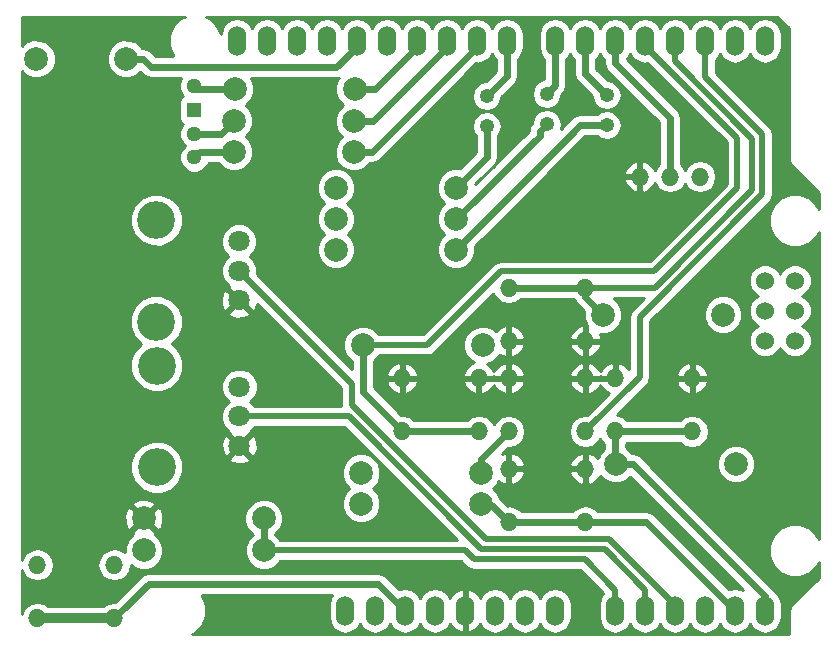
<source format=gtl>
G04 #@! TF.FileFunction,Copper,L1,Top,Signal*
%FSLAX46Y46*%
G04 Gerber Fmt 4.6, Leading zero omitted, Abs format (unit mm)*
G04 Created by KiCad (PCBNEW 0.201603210401+6634~43~ubuntu14.04.1-product) date dom 03 abr 2016 22:36:11 CEST*
%MOMM*%
G01*
G04 APERTURE LIST*
%ADD10C,0.100000*%
%ADD11C,1.998980*%
%ADD12O,1.524000X2.540000*%
%ADD13C,1.524000*%
%ADD14O,1.524000X1.524000*%
%ADD15C,3.200000*%
%ADD16C,1.800000*%
%ADD17O,1.219200X1.219200*%
%ADD18C,1.300480*%
%ADD19R,1.300480X1.300480*%
%ADD20C,2.000000*%
%ADD21C,0.609600*%
%ADD22C,0.812800*%
%ADD23C,0.508000*%
%ADD24C,0.304800*%
%ADD25C,0.254000*%
G04 APERTURE END LIST*
D10*
D11*
X148031200Y-130162300D03*
X137871200Y-130162300D03*
D12*
X190459360Y-135260080D03*
X187919360Y-135260080D03*
X185379360Y-135260080D03*
X177759360Y-135260080D03*
X180299360Y-135260080D03*
X182839360Y-135260080D03*
X172679360Y-135260080D03*
X170139360Y-135260080D03*
X167599360Y-135260080D03*
X162519360Y-135260080D03*
X159979360Y-135260080D03*
X190459360Y-87000080D03*
X187919360Y-87000080D03*
X185379360Y-87000080D03*
X182839360Y-87000080D03*
X180299360Y-87000080D03*
X177759360Y-87000080D03*
X175219360Y-87000080D03*
X172679360Y-87000080D03*
X168615360Y-87000080D03*
X166075360Y-87000080D03*
X163535360Y-87000080D03*
X160995360Y-87000080D03*
X158455360Y-87000080D03*
X155915360Y-87000080D03*
X153375360Y-87000080D03*
X150835360Y-87000080D03*
X165059360Y-135260080D03*
X148295360Y-87000080D03*
X145755360Y-87000080D03*
X157439360Y-135260080D03*
X154899360Y-135260080D03*
D13*
X190459360Y-107320080D03*
X192999360Y-107320080D03*
X190459360Y-109860080D03*
X192999360Y-109860080D03*
X190459360Y-112400080D03*
X192999360Y-112400080D03*
D14*
X168753790Y-123228100D03*
X175256190Y-123228100D03*
X168753790Y-127749300D03*
X175256190Y-127749300D03*
D11*
X145486120Y-93774260D03*
X155646120Y-93774260D03*
D15*
X138963400Y-123111040D03*
X138963400Y-114511040D03*
D16*
X145963400Y-118811040D03*
X145963400Y-121311040D03*
X145963400Y-116311040D03*
D17*
X166903479Y-91711408D03*
X166903479Y-94251408D03*
X171983479Y-91505889D03*
X171983479Y-94045889D03*
X177063479Y-91624937D03*
X177063479Y-94164937D03*
D18*
X142148414Y-96880774D03*
X142148414Y-90881294D03*
D19*
X142148414Y-92880274D03*
D18*
X142148414Y-94881794D03*
D14*
X179872640Y-98506280D03*
X182412640Y-98506280D03*
X184952640Y-98506280D03*
D11*
X145549620Y-91107260D03*
X155709620Y-91107260D03*
X166423340Y-123583700D03*
X156263340Y-123583700D03*
X176735740Y-110197900D03*
X186895740Y-110197900D03*
X156390340Y-112763300D03*
X166550340Y-112763300D03*
X166423340Y-126199900D03*
X156263340Y-126199900D03*
X177840640Y-122847100D03*
X188000640Y-122847100D03*
D15*
X138912600Y-110794800D03*
X138912600Y-102194800D03*
D16*
X145912600Y-106494800D03*
X145912600Y-108994800D03*
X145912600Y-103994800D03*
D11*
X137858500Y-127457200D03*
X148018500Y-127457200D03*
D14*
X128854200Y-131394200D03*
X135356600Y-131394200D03*
X128854200Y-135915400D03*
X135356600Y-135915400D03*
X168753790Y-115570000D03*
X175256190Y-115570000D03*
X168753790Y-120091200D03*
X175256190Y-120091200D03*
X175256190Y-112433100D03*
X168753790Y-112433100D03*
X175256190Y-107911900D03*
X168753790Y-107911900D03*
X159730440Y-115570000D03*
X166232840Y-115570000D03*
X159730440Y-120091200D03*
X166232840Y-120091200D03*
D11*
X164287200Y-99453700D03*
X154127200Y-99453700D03*
X164287200Y-102123875D03*
X154127200Y-102123875D03*
X164287200Y-104686100D03*
X154127200Y-104686100D03*
X145486120Y-96403160D03*
X155646120Y-96403160D03*
D14*
X177777140Y-115570000D03*
X184279540Y-115570000D03*
X177777140Y-120091200D03*
X184279540Y-120091200D03*
D20*
X128762760Y-88539320D03*
X136362440Y-88539320D03*
D21*
X166903479Y-94251408D02*
X166903479Y-96837421D01*
X166903479Y-96837421D02*
X164287200Y-99453700D01*
X171983479Y-94045889D02*
X171373880Y-94655488D01*
X165286689Y-101124386D02*
X164287200Y-102123875D01*
X171373880Y-94655488D02*
X171373880Y-95037195D01*
X171373880Y-95037195D02*
X165286689Y-101124386D01*
X177063479Y-94164937D02*
X174808363Y-94164937D01*
X174808363Y-94164937D02*
X164287200Y-104686100D01*
X145486120Y-96403160D02*
X142626028Y-96403160D01*
X142626028Y-96403160D02*
X142148414Y-96880774D01*
X145549620Y-91107260D02*
X142374380Y-91107260D01*
X142374380Y-91107260D02*
X142148414Y-90881294D01*
X145486120Y-93774260D02*
X144378586Y-94881794D01*
X144378586Y-94881794D02*
X142148414Y-94881794D01*
X159979360Y-135260080D02*
X159958951Y-135260080D01*
X136118599Y-135153401D02*
X135356600Y-135915400D01*
X159958951Y-135260080D02*
X157711050Y-133012179D01*
X157711050Y-133012179D02*
X138259821Y-133012179D01*
X138259821Y-133012179D02*
X136118599Y-135153401D01*
D22*
X128854200Y-135915400D02*
X135356600Y-135915400D01*
D21*
X160995360Y-87000080D02*
X160995360Y-87508080D01*
X160995360Y-87508080D02*
X157396180Y-91107260D01*
X157396180Y-91107260D02*
X157123112Y-91107260D01*
X157123112Y-91107260D02*
X155709620Y-91107260D01*
X163535360Y-87000080D02*
X163535360Y-87508080D01*
X163535360Y-87508080D02*
X157269180Y-93774260D01*
X157269180Y-93774260D02*
X157059612Y-93774260D01*
X157059612Y-93774260D02*
X155646120Y-93774260D01*
X155915360Y-87000080D02*
X155915360Y-87508080D01*
X155915360Y-87508080D02*
X154175459Y-89247981D01*
X154175459Y-89247981D02*
X138485314Y-89247981D01*
X138485314Y-89247981D02*
X137776653Y-88539320D01*
X137776653Y-88539320D02*
X136362440Y-88539320D01*
X168626600Y-86969600D02*
X168626600Y-89988287D01*
X168626600Y-89988287D02*
X166903479Y-91711408D01*
X172690600Y-86969600D02*
X172690600Y-90798768D01*
X172690600Y-90798768D02*
X171983479Y-91505889D01*
X175230600Y-86969600D02*
X175230600Y-89792058D01*
X175230600Y-89792058D02*
X177063479Y-91624937D01*
X166075360Y-87000080D02*
X166075360Y-87508080D01*
X166075360Y-87508080D02*
X157180280Y-96403160D01*
X157180280Y-96403160D02*
X157059612Y-96403160D01*
X157059612Y-96403160D02*
X155646120Y-96403160D01*
X177759360Y-87000080D02*
X177759360Y-88879680D01*
X177759360Y-88879680D02*
X182412640Y-93532960D01*
X182412640Y-93532960D02*
X182412640Y-97428650D01*
X182412640Y-97428650D02*
X182412640Y-98506280D01*
X177770600Y-86969600D02*
X177791009Y-86969600D01*
D23*
X179836979Y-110408720D02*
X179836979Y-115510411D01*
X179836979Y-115510411D02*
X175256190Y-120091200D01*
X185379360Y-87000080D02*
X185379360Y-90073581D01*
X185379360Y-90073581D02*
X190240929Y-94935150D01*
X190240929Y-94935150D02*
X190240929Y-100004770D01*
X190240929Y-100004770D02*
X179836979Y-110408720D01*
D21*
X185379360Y-87000080D02*
X185399769Y-87000080D01*
X168753790Y-120091200D02*
X166423340Y-122421650D01*
X166423340Y-122421650D02*
X166423340Y-123583700D01*
D23*
X182839360Y-87000080D02*
X182839360Y-88754909D01*
X182839360Y-88754909D02*
X189377319Y-95292868D01*
X189377319Y-95292868D02*
X189377319Y-99647052D01*
X189377319Y-99647052D02*
X181112471Y-107911900D01*
X181112471Y-107911900D02*
X176333820Y-107911900D01*
X176333820Y-107911900D02*
X175256190Y-107911900D01*
D21*
X175256190Y-107911900D02*
X168753790Y-107911900D01*
X175256190Y-107911900D02*
X175256190Y-108718350D01*
X175256190Y-108718350D02*
X176735740Y-110197900D01*
D23*
X180299360Y-87000080D02*
X180299360Y-87436237D01*
X180299360Y-87436237D02*
X188092441Y-95229318D01*
X188092441Y-95229318D02*
X188092441Y-99501599D01*
X161872420Y-112763300D02*
X156390340Y-112763300D01*
X188092441Y-99501599D02*
X181053741Y-106540299D01*
X181053741Y-106540299D02*
X168095421Y-106540299D01*
X168095421Y-106540299D02*
X161872420Y-112763300D01*
D21*
X166232840Y-120091200D02*
X159730440Y-120091200D01*
X159730440Y-120091200D02*
X156390340Y-116751100D01*
X156390340Y-116751100D02*
X156390340Y-112763300D01*
D23*
X165033960Y-130139440D02*
X165011100Y-130162300D01*
X165011100Y-130162300D02*
X148031200Y-130162300D01*
X165811220Y-130916700D02*
X165033960Y-130139440D01*
X177759360Y-135260080D02*
X177759360Y-133482080D01*
X177759360Y-133482080D02*
X175193980Y-130916700D01*
X175193980Y-130916700D02*
X165811220Y-130916700D01*
D21*
X148018500Y-127457200D02*
X148018500Y-130149600D01*
X148018500Y-130149600D02*
X148031200Y-130162300D01*
D24*
X148031200Y-127469900D02*
X148018500Y-127457200D01*
D21*
X187919360Y-135260080D02*
X187898951Y-135260080D01*
X187898951Y-135260080D02*
X180388171Y-127749300D01*
X180388171Y-127749300D02*
X176333820Y-127749300D01*
X176333820Y-127749300D02*
X175256190Y-127749300D01*
X175256190Y-127749300D02*
X168753790Y-127749300D01*
X166423340Y-126199900D02*
X167204390Y-126199900D01*
X167204390Y-126199900D02*
X168753790Y-127749300D01*
X190459360Y-135260080D02*
X190459360Y-134052328D01*
X190459360Y-134052328D02*
X179254132Y-122847100D01*
X179254132Y-122847100D02*
X177840640Y-122847100D01*
X184279540Y-120091200D02*
X177777140Y-120091200D01*
X177777140Y-120091200D02*
X177777140Y-122783600D01*
X177777140Y-122783600D02*
X177840640Y-122847100D01*
D23*
X155193902Y-118805960D02*
X155188822Y-118811040D01*
X155188822Y-118811040D02*
X145963400Y-118811040D01*
X166441032Y-130053090D02*
X155193902Y-118805960D01*
X180299360Y-135260080D02*
X180299360Y-133482080D01*
X180299360Y-133482080D02*
X176870370Y-130053090D01*
X176870370Y-130053090D02*
X166441032Y-130053090D01*
X166798750Y-129189480D02*
X177276760Y-129189480D01*
X177276760Y-129189480D02*
X182839360Y-134752080D01*
X182839360Y-134752080D02*
X182839360Y-135260080D01*
X145912600Y-106494800D02*
X155475930Y-116058130D01*
X155475930Y-116058130D02*
X155475930Y-117866660D01*
X155475930Y-117866660D02*
X166798750Y-129189480D01*
D21*
X182839360Y-135260080D02*
X182818951Y-135260080D01*
X190470600Y-86969600D02*
X190470600Y-87477600D01*
X190470600Y-87477600D02*
X190500000Y-87507000D01*
D25*
G36*
X140942060Y-85114838D02*
X140316315Y-85739491D01*
X139977247Y-86556058D01*
X139976475Y-87440223D01*
X140314118Y-88257380D01*
X140364830Y-88308181D01*
X138874592Y-88308181D01*
X138441192Y-87874781D01*
X138136299Y-87671058D01*
X137776653Y-87599520D01*
X137734503Y-87599520D01*
X137289803Y-87154042D01*
X136689088Y-86904604D01*
X136038645Y-86904036D01*
X135437497Y-87152426D01*
X134977162Y-87611957D01*
X134727724Y-88212672D01*
X134727156Y-88863115D01*
X134975546Y-89464263D01*
X135435077Y-89924598D01*
X136035792Y-90174036D01*
X136686235Y-90174604D01*
X137287383Y-89926214D01*
X137561165Y-89652910D01*
X137820775Y-89912520D01*
X138125668Y-90116243D01*
X138485314Y-90187781D01*
X141044749Y-90187781D01*
X140863398Y-90624522D01*
X140862952Y-91135822D01*
X141058206Y-91608373D01*
X141149186Y-91699512D01*
X141040365Y-91772225D01*
X140900017Y-91982269D01*
X140850734Y-92230034D01*
X140850734Y-93530514D01*
X140900017Y-93778279D01*
X141040365Y-93988323D01*
X141150521Y-94061928D01*
X141059476Y-94152814D01*
X140863398Y-94625022D01*
X140862952Y-95136322D01*
X141058206Y-95608873D01*
X141330300Y-95881442D01*
X141059476Y-96151794D01*
X140863398Y-96624002D01*
X140862952Y-97135302D01*
X141058206Y-97607853D01*
X141419434Y-97969712D01*
X141891642Y-98165790D01*
X142402942Y-98166236D01*
X142875493Y-97970982D01*
X143237352Y-97609754D01*
X143348135Y-97342960D01*
X144114777Y-97342960D01*
X144559047Y-97788006D01*
X145159573Y-98037366D01*
X145809814Y-98037934D01*
X146410775Y-97789622D01*
X146870966Y-97330233D01*
X147120326Y-96729707D01*
X147120894Y-96079466D01*
X146872582Y-95478505D01*
X146483190Y-95088433D01*
X146870966Y-94701333D01*
X147120326Y-94100807D01*
X147120894Y-93450566D01*
X146872582Y-92849605D01*
X146495835Y-92472200D01*
X146934466Y-92034333D01*
X147183826Y-91433807D01*
X147184394Y-90783566D01*
X146938221Y-90187781D01*
X154175459Y-90187781D01*
X154352430Y-90152579D01*
X154324774Y-90180187D01*
X154075414Y-90780713D01*
X154074846Y-91430954D01*
X154323158Y-92031915D01*
X154699905Y-92409320D01*
X154261274Y-92847187D01*
X154011914Y-93447713D01*
X154011346Y-94097954D01*
X154259658Y-94698915D01*
X154649050Y-95088987D01*
X154261274Y-95476087D01*
X154011914Y-96076613D01*
X154011346Y-96726854D01*
X154259658Y-97327815D01*
X154719047Y-97788006D01*
X155319573Y-98037366D01*
X155969814Y-98037934D01*
X156570775Y-97789622D01*
X157018217Y-97342960D01*
X157180280Y-97342960D01*
X157539926Y-97271422D01*
X157844819Y-97067699D01*
X165987578Y-88924940D01*
X166075360Y-88942401D01*
X166609969Y-88836061D01*
X167063188Y-88533229D01*
X167345360Y-88110930D01*
X167627532Y-88533229D01*
X167686800Y-88572831D01*
X167686800Y-89599009D01*
X166828462Y-90457347D01*
X166427191Y-90537165D01*
X166023414Y-90806960D01*
X165753619Y-91210737D01*
X165658879Y-91687025D01*
X165658879Y-91735791D01*
X165753619Y-92212079D01*
X166023414Y-92615856D01*
X166427191Y-92885651D01*
X166903479Y-92980391D01*
X167379767Y-92885651D01*
X167783544Y-92615856D01*
X168053339Y-92212079D01*
X168133157Y-91810808D01*
X169291139Y-90652826D01*
X169494862Y-90347933D01*
X169566400Y-89988287D01*
X169566400Y-88557810D01*
X169603188Y-88533229D01*
X169906020Y-88080010D01*
X170012360Y-87545401D01*
X170012360Y-86454759D01*
X169906020Y-85920150D01*
X169603188Y-85466931D01*
X169149969Y-85164099D01*
X168615360Y-85057759D01*
X168080751Y-85164099D01*
X167627532Y-85466931D01*
X167345360Y-85889230D01*
X167063188Y-85466931D01*
X166609969Y-85164099D01*
X166075360Y-85057759D01*
X165540751Y-85164099D01*
X165087532Y-85466931D01*
X164805360Y-85889230D01*
X164523188Y-85466931D01*
X164069969Y-85164099D01*
X163535360Y-85057759D01*
X163000751Y-85164099D01*
X162547532Y-85466931D01*
X162265360Y-85889230D01*
X161983188Y-85466931D01*
X161529969Y-85164099D01*
X160995360Y-85057759D01*
X160460751Y-85164099D01*
X160007532Y-85466931D01*
X159725360Y-85889230D01*
X159443188Y-85466931D01*
X158989969Y-85164099D01*
X158455360Y-85057759D01*
X157920751Y-85164099D01*
X157467532Y-85466931D01*
X157185360Y-85889230D01*
X156903188Y-85466931D01*
X156449969Y-85164099D01*
X155915360Y-85057759D01*
X155380751Y-85164099D01*
X154927532Y-85466931D01*
X154645360Y-85889230D01*
X154363188Y-85466931D01*
X153909969Y-85164099D01*
X153375360Y-85057759D01*
X152840751Y-85164099D01*
X152387532Y-85466931D01*
X152105360Y-85889230D01*
X151823188Y-85466931D01*
X151369969Y-85164099D01*
X150835360Y-85057759D01*
X150300751Y-85164099D01*
X149847532Y-85466931D01*
X149565360Y-85889230D01*
X149283188Y-85466931D01*
X148829969Y-85164099D01*
X148295360Y-85057759D01*
X147760751Y-85164099D01*
X147307532Y-85466931D01*
X147025360Y-85889230D01*
X146743188Y-85466931D01*
X146289969Y-85164099D01*
X145755360Y-85057759D01*
X145220751Y-85164099D01*
X144767532Y-85466931D01*
X144464700Y-85920150D01*
X144364998Y-86421388D01*
X144084602Y-85742780D01*
X143459949Y-85117035D01*
X143087065Y-84962200D01*
X191511664Y-84962200D01*
X192482000Y-85932536D01*
X192482000Y-97078800D01*
X192534143Y-97340938D01*
X192682632Y-97563168D01*
X194996600Y-99877136D01*
X194996600Y-101253835D01*
X194884602Y-100982780D01*
X194259949Y-100357035D01*
X193443382Y-100017967D01*
X192559217Y-100017195D01*
X191742060Y-100354838D01*
X191116315Y-100979491D01*
X190777247Y-101796058D01*
X190776475Y-102680223D01*
X191114118Y-103497380D01*
X191738771Y-104123125D01*
X192555338Y-104462193D01*
X193439503Y-104462965D01*
X194256660Y-104125322D01*
X194882405Y-103500669D01*
X194996600Y-103225657D01*
X194996600Y-129193835D01*
X194884602Y-128922780D01*
X194259949Y-128297035D01*
X193443382Y-127957967D01*
X192559217Y-127957195D01*
X191742060Y-128294838D01*
X191116315Y-128919491D01*
X190777247Y-129736058D01*
X190776475Y-130620223D01*
X191114118Y-131437380D01*
X191738771Y-132063125D01*
X192555338Y-132402193D01*
X193439503Y-132402965D01*
X194256660Y-132065322D01*
X194882405Y-131440669D01*
X194996600Y-131165657D01*
X194996600Y-132482064D01*
X192682632Y-134796032D01*
X192534143Y-135018262D01*
X192482000Y-135280400D01*
X192482000Y-137237000D01*
X141964783Y-137237000D01*
X142186660Y-137145322D01*
X142812405Y-136520669D01*
X143151473Y-135704102D01*
X143152245Y-134819937D01*
X142814602Y-134002780D01*
X142763890Y-133951979D01*
X153761159Y-133951979D01*
X153608700Y-134180150D01*
X153502360Y-134714759D01*
X153502360Y-135805401D01*
X153608700Y-136340010D01*
X153911532Y-136793229D01*
X154364751Y-137096061D01*
X154899360Y-137202401D01*
X155433969Y-137096061D01*
X155887188Y-136793229D01*
X156169360Y-136370930D01*
X156451532Y-136793229D01*
X156904751Y-137096061D01*
X157439360Y-137202401D01*
X157973969Y-137096061D01*
X158427188Y-136793229D01*
X158709360Y-136370930D01*
X158991532Y-136793229D01*
X159444751Y-137096061D01*
X159979360Y-137202401D01*
X160513969Y-137096061D01*
X160967188Y-136793229D01*
X161249360Y-136370930D01*
X161531532Y-136793229D01*
X161984751Y-137096061D01*
X162519360Y-137202401D01*
X163053969Y-137096061D01*
X163507188Y-136793229D01*
X163798690Y-136356967D01*
X163817301Y-136420021D01*
X164161334Y-136845710D01*
X164642083Y-137107340D01*
X164716290Y-137122300D01*
X164932360Y-136999800D01*
X164932360Y-135387080D01*
X164912360Y-135387080D01*
X164912360Y-135133080D01*
X164932360Y-135133080D01*
X164932360Y-133520360D01*
X165186360Y-133520360D01*
X165186360Y-135133080D01*
X165206360Y-135133080D01*
X165206360Y-135387080D01*
X165186360Y-135387080D01*
X165186360Y-136999800D01*
X165402430Y-137122300D01*
X165476637Y-137107340D01*
X165957386Y-136845710D01*
X166301419Y-136420021D01*
X166320030Y-136356967D01*
X166611532Y-136793229D01*
X167064751Y-137096061D01*
X167599360Y-137202401D01*
X168133969Y-137096061D01*
X168587188Y-136793229D01*
X168869360Y-136370930D01*
X169151532Y-136793229D01*
X169604751Y-137096061D01*
X170139360Y-137202401D01*
X170673969Y-137096061D01*
X171127188Y-136793229D01*
X171409360Y-136370930D01*
X171691532Y-136793229D01*
X172144751Y-137096061D01*
X172679360Y-137202401D01*
X173213969Y-137096061D01*
X173667188Y-136793229D01*
X173970020Y-136340010D01*
X174076360Y-135805401D01*
X174076360Y-134714759D01*
X173970020Y-134180150D01*
X173667188Y-133726931D01*
X173213969Y-133424099D01*
X172679360Y-133317759D01*
X172144751Y-133424099D01*
X171691532Y-133726931D01*
X171409360Y-134149230D01*
X171127188Y-133726931D01*
X170673969Y-133424099D01*
X170139360Y-133317759D01*
X169604751Y-133424099D01*
X169151532Y-133726931D01*
X168869360Y-134149230D01*
X168587188Y-133726931D01*
X168133969Y-133424099D01*
X167599360Y-133317759D01*
X167064751Y-133424099D01*
X166611532Y-133726931D01*
X166320030Y-134163193D01*
X166301419Y-134100139D01*
X165957386Y-133674450D01*
X165476637Y-133412820D01*
X165402430Y-133397860D01*
X165186360Y-133520360D01*
X164932360Y-133520360D01*
X164716290Y-133397860D01*
X164642083Y-133412820D01*
X164161334Y-133674450D01*
X163817301Y-134100139D01*
X163798690Y-134163193D01*
X163507188Y-133726931D01*
X163053969Y-133424099D01*
X162519360Y-133317759D01*
X161984751Y-133424099D01*
X161531532Y-133726931D01*
X161249360Y-134149230D01*
X160967188Y-133726931D01*
X160513969Y-133424099D01*
X159979360Y-133317759D01*
X159450837Y-133422888D01*
X158375589Y-132347640D01*
X158070696Y-132143917D01*
X157711050Y-132072379D01*
X138259821Y-132072379D01*
X137900175Y-132143917D01*
X137595282Y-132347640D01*
X135417794Y-134525128D01*
X135383969Y-134518400D01*
X135329231Y-134518400D01*
X134794622Y-134624740D01*
X134421579Y-134874000D01*
X129789221Y-134874000D01*
X129416178Y-134624740D01*
X128881569Y-134518400D01*
X128826831Y-134518400D01*
X128292222Y-134624740D01*
X127839003Y-134927572D01*
X127536171Y-135380791D01*
X127507200Y-135526439D01*
X127507200Y-131783161D01*
X127536171Y-131928809D01*
X127839003Y-132382028D01*
X128292222Y-132684860D01*
X128826831Y-132791200D01*
X128881569Y-132791200D01*
X129416178Y-132684860D01*
X129869397Y-132382028D01*
X130172229Y-131928809D01*
X130278569Y-131394200D01*
X133932231Y-131394200D01*
X134038571Y-131928809D01*
X134341403Y-132382028D01*
X134794622Y-132684860D01*
X135329231Y-132791200D01*
X135383969Y-132791200D01*
X135918578Y-132684860D01*
X136371797Y-132382028D01*
X136674629Y-131928809D01*
X136780969Y-131394200D01*
X136778361Y-131381091D01*
X136944127Y-131547146D01*
X137544653Y-131796506D01*
X138194894Y-131797074D01*
X138795855Y-131548762D01*
X139256046Y-131089373D01*
X139505406Y-130488847D01*
X139505974Y-129838606D01*
X139257662Y-129237645D01*
X138798273Y-128777454D01*
X138772840Y-128766893D01*
X138831057Y-128609363D01*
X137858500Y-127636805D01*
X136885943Y-128609363D01*
X136947343Y-128775508D01*
X136946545Y-128775838D01*
X136486354Y-129235227D01*
X136236994Y-129835753D01*
X136236574Y-130316019D01*
X135918578Y-130103540D01*
X135383969Y-129997200D01*
X135329231Y-129997200D01*
X134794622Y-130103540D01*
X134341403Y-130406372D01*
X134038571Y-130859591D01*
X133932231Y-131394200D01*
X130278569Y-131394200D01*
X130172229Y-130859591D01*
X129869397Y-130406372D01*
X129416178Y-130103540D01*
X128881569Y-129997200D01*
X128826831Y-129997200D01*
X128292222Y-130103540D01*
X127839003Y-130406372D01*
X127536171Y-130859591D01*
X127507200Y-131005239D01*
X127507200Y-127192782D01*
X136213099Y-127192782D01*
X136237159Y-127842577D01*
X136439535Y-128331158D01*
X136706337Y-128429757D01*
X137678895Y-127457200D01*
X138038105Y-127457200D01*
X139010663Y-128429757D01*
X139277465Y-128331158D01*
X139503901Y-127721618D01*
X139479841Y-127071823D01*
X139277465Y-126583242D01*
X139010663Y-126484643D01*
X138038105Y-127457200D01*
X137678895Y-127457200D01*
X136706337Y-126484643D01*
X136439535Y-126583242D01*
X136213099Y-127192782D01*
X127507200Y-127192782D01*
X127507200Y-126305037D01*
X136885943Y-126305037D01*
X137858500Y-127277595D01*
X138831057Y-126305037D01*
X138732458Y-126038235D01*
X138122918Y-125811799D01*
X137473123Y-125835859D01*
X136984542Y-126038235D01*
X136885943Y-126305037D01*
X127507200Y-126305037D01*
X127507200Y-123553659D01*
X136728013Y-123553659D01*
X137067555Y-124375412D01*
X137695721Y-125004676D01*
X138516881Y-125345651D01*
X139406019Y-125346427D01*
X140227772Y-125006885D01*
X140857036Y-124378719D01*
X141052746Y-123907394D01*
X154628566Y-123907394D01*
X154876878Y-124508355D01*
X155259920Y-124892066D01*
X154878494Y-125272827D01*
X154629134Y-125873353D01*
X154628566Y-126523594D01*
X154876878Y-127124555D01*
X155336267Y-127584746D01*
X155936793Y-127834106D01*
X156587034Y-127834674D01*
X157187995Y-127586362D01*
X157648186Y-127126973D01*
X157897546Y-126526447D01*
X157898114Y-125876206D01*
X157649802Y-125275245D01*
X157266760Y-124891534D01*
X157648186Y-124510773D01*
X157897546Y-123910247D01*
X157898114Y-123260006D01*
X157649802Y-122659045D01*
X157190413Y-122198854D01*
X156589887Y-121949494D01*
X155939646Y-121948926D01*
X155338685Y-122197238D01*
X154878494Y-122656627D01*
X154629134Y-123257153D01*
X154628566Y-123907394D01*
X141052746Y-123907394D01*
X141198011Y-123557559D01*
X141198787Y-122668421D01*
X141084242Y-122391199D01*
X145062846Y-122391199D01*
X145149252Y-122647683D01*
X145722736Y-122857498D01*
X146332860Y-122831879D01*
X146777548Y-122647683D01*
X146863954Y-122391199D01*
X145963400Y-121490645D01*
X145062846Y-122391199D01*
X141084242Y-122391199D01*
X140859245Y-121846668D01*
X140231079Y-121217404D01*
X139876996Y-121070376D01*
X144416942Y-121070376D01*
X144442561Y-121680500D01*
X144626757Y-122125188D01*
X144883241Y-122211594D01*
X145783795Y-121311040D01*
X146143005Y-121311040D01*
X147043559Y-122211594D01*
X147300043Y-122125188D01*
X147509858Y-121551704D01*
X147484239Y-120941580D01*
X147300043Y-120496892D01*
X147043559Y-120410486D01*
X146143005Y-121311040D01*
X145783795Y-121311040D01*
X144883241Y-120410486D01*
X144626757Y-120496892D01*
X144416942Y-121070376D01*
X139876996Y-121070376D01*
X139409919Y-120876429D01*
X138520781Y-120875653D01*
X137699028Y-121215195D01*
X137069764Y-121843361D01*
X136728789Y-122664521D01*
X136728013Y-123553659D01*
X127507200Y-123553659D01*
X127507200Y-111237419D01*
X136677213Y-111237419D01*
X137016755Y-112059172D01*
X137635307Y-112678805D01*
X137069764Y-113243361D01*
X136728789Y-114064521D01*
X136728013Y-114953659D01*
X137067555Y-115775412D01*
X137695721Y-116404676D01*
X138516881Y-116745651D01*
X139406019Y-116746427D01*
X140227772Y-116406885D01*
X140857036Y-115778719D01*
X141198011Y-114957559D01*
X141198787Y-114068421D01*
X140859245Y-113246668D01*
X140240693Y-112627035D01*
X140806236Y-112062479D01*
X141147211Y-111241319D01*
X141147987Y-110352181D01*
X141033442Y-110074959D01*
X145012046Y-110074959D01*
X145098452Y-110331443D01*
X145671936Y-110541258D01*
X146282060Y-110515639D01*
X146726748Y-110331443D01*
X146813154Y-110074959D01*
X145912600Y-109174405D01*
X145012046Y-110074959D01*
X141033442Y-110074959D01*
X140808445Y-109530428D01*
X140180279Y-108901164D01*
X139826196Y-108754136D01*
X144366142Y-108754136D01*
X144391761Y-109364260D01*
X144575957Y-109808948D01*
X144832441Y-109895354D01*
X145732995Y-108994800D01*
X144832441Y-108094246D01*
X144575957Y-108180652D01*
X144366142Y-108754136D01*
X139826196Y-108754136D01*
X139359119Y-108560189D01*
X138469981Y-108559413D01*
X137648228Y-108898955D01*
X137018964Y-109527121D01*
X136677989Y-110348281D01*
X136677213Y-111237419D01*
X127507200Y-111237419D01*
X127507200Y-102637419D01*
X136677213Y-102637419D01*
X137016755Y-103459172D01*
X137644921Y-104088436D01*
X138466081Y-104429411D01*
X139355219Y-104430187D01*
X139673221Y-104298791D01*
X144377335Y-104298791D01*
X144610532Y-104863171D01*
X144991782Y-105245088D01*
X144612049Y-105624157D01*
X144377867Y-106188130D01*
X144377335Y-106798791D01*
X144610532Y-107363171D01*
X145041957Y-107795351D01*
X145050972Y-107799094D01*
X145012046Y-107914641D01*
X145912600Y-108815195D01*
X145926743Y-108801053D01*
X146106348Y-108980658D01*
X146092205Y-108994800D01*
X146992759Y-109895354D01*
X147249243Y-109808948D01*
X147442175Y-109281611D01*
X154586930Y-116426366D01*
X154586930Y-117866660D01*
X154597946Y-117922040D01*
X147244875Y-117922040D01*
X146884218Y-117560752D01*
X147263951Y-117181683D01*
X147498133Y-116617710D01*
X147498665Y-116007049D01*
X147265468Y-115442669D01*
X146834043Y-115010489D01*
X146270070Y-114776307D01*
X145659409Y-114775775D01*
X145095029Y-115008972D01*
X144662849Y-115440397D01*
X144428667Y-116004370D01*
X144428135Y-116615031D01*
X144661332Y-117179411D01*
X145042582Y-117561328D01*
X144662849Y-117940397D01*
X144428667Y-118504370D01*
X144428135Y-119115031D01*
X144661332Y-119679411D01*
X145092757Y-120111591D01*
X145101772Y-120115334D01*
X145062846Y-120230881D01*
X145963400Y-121131435D01*
X146863954Y-120230881D01*
X146825193Y-120115826D01*
X146831771Y-120113108D01*
X147245562Y-119700040D01*
X154830746Y-119700040D01*
X164404006Y-129273300D01*
X149432394Y-129273300D01*
X149417662Y-129237645D01*
X148983831Y-128803057D01*
X149403346Y-128384273D01*
X149652706Y-127783747D01*
X149653274Y-127133506D01*
X149404962Y-126532545D01*
X148945573Y-126072354D01*
X148345047Y-125822994D01*
X147694806Y-125822426D01*
X147093845Y-126070738D01*
X146633654Y-126530127D01*
X146384294Y-127130653D01*
X146383726Y-127780894D01*
X146632038Y-128381855D01*
X147065869Y-128816443D01*
X146646354Y-129235227D01*
X146396994Y-129835753D01*
X146396426Y-130485994D01*
X146644738Y-131086955D01*
X147104127Y-131547146D01*
X147704653Y-131796506D01*
X148354894Y-131797074D01*
X148955855Y-131548762D01*
X149416046Y-131089373D01*
X149431855Y-131051300D01*
X164688584Y-131051300D01*
X165182602Y-131545318D01*
X165471015Y-131738030D01*
X165811220Y-131805700D01*
X174825744Y-131805700D01*
X176761696Y-133741652D01*
X176468700Y-134180150D01*
X176362360Y-134714759D01*
X176362360Y-135805401D01*
X176468700Y-136340010D01*
X176771532Y-136793229D01*
X177224751Y-137096061D01*
X177759360Y-137202401D01*
X178293969Y-137096061D01*
X178747188Y-136793229D01*
X179029360Y-136370930D01*
X179311532Y-136793229D01*
X179764751Y-137096061D01*
X180299360Y-137202401D01*
X180833969Y-137096061D01*
X181287188Y-136793229D01*
X181569360Y-136370930D01*
X181851532Y-136793229D01*
X182304751Y-137096061D01*
X182839360Y-137202401D01*
X183373969Y-137096061D01*
X183827188Y-136793229D01*
X184109360Y-136370930D01*
X184391532Y-136793229D01*
X184844751Y-137096061D01*
X185379360Y-137202401D01*
X185913969Y-137096061D01*
X186367188Y-136793229D01*
X186649360Y-136370930D01*
X186931532Y-136793229D01*
X187384751Y-137096061D01*
X187919360Y-137202401D01*
X188453969Y-137096061D01*
X188907188Y-136793229D01*
X189189360Y-136370930D01*
X189471532Y-136793229D01*
X189924751Y-137096061D01*
X190459360Y-137202401D01*
X190993969Y-137096061D01*
X191447188Y-136793229D01*
X191750020Y-136340010D01*
X191856360Y-135805401D01*
X191856360Y-134714759D01*
X191750020Y-134180150D01*
X191447188Y-133726931D01*
X191272526Y-133610226D01*
X191123899Y-133387789D01*
X180906904Y-123170794D01*
X186365866Y-123170794D01*
X186614178Y-123771755D01*
X187073567Y-124231946D01*
X187674093Y-124481306D01*
X188324334Y-124481874D01*
X188925295Y-124233562D01*
X189385486Y-123774173D01*
X189634846Y-123173647D01*
X189635414Y-122523406D01*
X189387102Y-121922445D01*
X188927713Y-121462254D01*
X188327187Y-121212894D01*
X187676946Y-121212326D01*
X187075985Y-121460638D01*
X186615794Y-121920027D01*
X186366434Y-122520553D01*
X186365866Y-123170794D01*
X180906904Y-123170794D01*
X179918671Y-122182561D01*
X179613778Y-121978838D01*
X179254132Y-121907300D01*
X179211983Y-121907300D01*
X178767713Y-121462254D01*
X178716940Y-121441171D01*
X178716940Y-121129407D01*
X178792337Y-121079028D01*
X178824428Y-121031000D01*
X183232252Y-121031000D01*
X183264343Y-121079028D01*
X183717562Y-121381860D01*
X184252171Y-121488200D01*
X184306909Y-121488200D01*
X184841518Y-121381860D01*
X185294737Y-121079028D01*
X185597569Y-120625809D01*
X185703909Y-120091200D01*
X185597569Y-119556591D01*
X185294737Y-119103372D01*
X184841518Y-118800540D01*
X184306909Y-118694200D01*
X184252171Y-118694200D01*
X183717562Y-118800540D01*
X183264343Y-119103372D01*
X183232252Y-119151400D01*
X178824428Y-119151400D01*
X178792337Y-119103372D01*
X178339118Y-118800540D01*
X177892853Y-118711773D01*
X180465597Y-116139029D01*
X180616578Y-115913070D01*
X182925320Y-115913070D01*
X183079366Y-116284997D01*
X183444341Y-116689858D01*
X183936468Y-116924231D01*
X184152540Y-116802476D01*
X184152540Y-115697000D01*
X184406540Y-115697000D01*
X184406540Y-116802476D01*
X184622612Y-116924231D01*
X185114739Y-116689858D01*
X185479714Y-116284997D01*
X185633760Y-115913070D01*
X185511260Y-115697000D01*
X184406540Y-115697000D01*
X184152540Y-115697000D01*
X183047820Y-115697000D01*
X182925320Y-115913070D01*
X180616578Y-115913070D01*
X180658308Y-115850617D01*
X180725979Y-115510411D01*
X180725979Y-115226930D01*
X182925320Y-115226930D01*
X183047820Y-115443000D01*
X184152540Y-115443000D01*
X184152540Y-114337524D01*
X184406540Y-114337524D01*
X184406540Y-115443000D01*
X185511260Y-115443000D01*
X185633760Y-115226930D01*
X185479714Y-114855003D01*
X185114739Y-114450142D01*
X184622612Y-114215769D01*
X184406540Y-114337524D01*
X184152540Y-114337524D01*
X183936468Y-114215769D01*
X183444341Y-114450142D01*
X183079366Y-114855003D01*
X182925320Y-115226930D01*
X180725979Y-115226930D01*
X180725979Y-110776956D01*
X180981341Y-110521594D01*
X185260966Y-110521594D01*
X185509278Y-111122555D01*
X185968667Y-111582746D01*
X186569193Y-111832106D01*
X187219434Y-111832674D01*
X187820395Y-111584362D01*
X188280586Y-111124973D01*
X188529946Y-110524447D01*
X188530514Y-109874206D01*
X188282202Y-109273245D01*
X187822813Y-108813054D01*
X187222287Y-108563694D01*
X186572046Y-108563126D01*
X185971085Y-108811438D01*
X185510894Y-109270827D01*
X185261534Y-109871353D01*
X185260966Y-110521594D01*
X180981341Y-110521594D01*
X183906194Y-107596741D01*
X189062118Y-107596741D01*
X189274350Y-108110383D01*
X189666990Y-108503709D01*
X189874872Y-108590029D01*
X189669057Y-108675070D01*
X189275731Y-109067710D01*
X189062603Y-109580980D01*
X189062118Y-110136741D01*
X189274350Y-110650383D01*
X189666990Y-111043709D01*
X189874872Y-111130029D01*
X189669057Y-111215070D01*
X189275731Y-111607710D01*
X189062603Y-112120980D01*
X189062118Y-112676741D01*
X189274350Y-113190383D01*
X189666990Y-113583709D01*
X190180260Y-113796837D01*
X190736021Y-113797322D01*
X191249663Y-113585090D01*
X191642989Y-113192450D01*
X191729309Y-112984568D01*
X191814350Y-113190383D01*
X192206990Y-113583709D01*
X192720260Y-113796837D01*
X193276021Y-113797322D01*
X193789663Y-113585090D01*
X194182989Y-113192450D01*
X194396117Y-112679180D01*
X194396602Y-112123419D01*
X194184370Y-111609777D01*
X193791730Y-111216451D01*
X193583848Y-111130131D01*
X193789663Y-111045090D01*
X194182989Y-110652450D01*
X194396117Y-110139180D01*
X194396602Y-109583419D01*
X194184370Y-109069777D01*
X193791730Y-108676451D01*
X193583848Y-108590131D01*
X193789663Y-108505090D01*
X194182989Y-108112450D01*
X194396117Y-107599180D01*
X194396602Y-107043419D01*
X194184370Y-106529777D01*
X193791730Y-106136451D01*
X193278460Y-105923323D01*
X192722699Y-105922838D01*
X192209057Y-106135070D01*
X191815731Y-106527710D01*
X191729411Y-106735592D01*
X191644370Y-106529777D01*
X191251730Y-106136451D01*
X190738460Y-105923323D01*
X190182699Y-105922838D01*
X189669057Y-106135070D01*
X189275731Y-106527710D01*
X189062603Y-107040980D01*
X189062118Y-107596741D01*
X183906194Y-107596741D01*
X190869547Y-100633388D01*
X190965577Y-100489669D01*
X191062258Y-100344976D01*
X191129929Y-100004770D01*
X191129929Y-94935150D01*
X191062258Y-94594944D01*
X190869547Y-94306532D01*
X186268360Y-89705345D01*
X186268360Y-88599264D01*
X186367188Y-88533229D01*
X186649360Y-88110930D01*
X186931532Y-88533229D01*
X187384751Y-88836061D01*
X187919360Y-88942401D01*
X188453969Y-88836061D01*
X188907188Y-88533229D01*
X189189360Y-88110930D01*
X189471532Y-88533229D01*
X189924751Y-88836061D01*
X190459360Y-88942401D01*
X190993969Y-88836061D01*
X191447188Y-88533229D01*
X191750020Y-88080010D01*
X191856360Y-87545401D01*
X191856360Y-86454759D01*
X191750020Y-85920150D01*
X191447188Y-85466931D01*
X190993969Y-85164099D01*
X190459360Y-85057759D01*
X189924751Y-85164099D01*
X189471532Y-85466931D01*
X189189360Y-85889230D01*
X188907188Y-85466931D01*
X188453969Y-85164099D01*
X187919360Y-85057759D01*
X187384751Y-85164099D01*
X186931532Y-85466931D01*
X186649360Y-85889230D01*
X186367188Y-85466931D01*
X185913969Y-85164099D01*
X185379360Y-85057759D01*
X184844751Y-85164099D01*
X184391532Y-85466931D01*
X184109360Y-85889230D01*
X183827188Y-85466931D01*
X183373969Y-85164099D01*
X182839360Y-85057759D01*
X182304751Y-85164099D01*
X181851532Y-85466931D01*
X181569360Y-85889230D01*
X181287188Y-85466931D01*
X180833969Y-85164099D01*
X180299360Y-85057759D01*
X179764751Y-85164099D01*
X179311532Y-85466931D01*
X179029360Y-85889230D01*
X178747188Y-85466931D01*
X178293969Y-85164099D01*
X177759360Y-85057759D01*
X177224751Y-85164099D01*
X176771532Y-85466931D01*
X176489360Y-85889230D01*
X176207188Y-85466931D01*
X175753969Y-85164099D01*
X175219360Y-85057759D01*
X174684751Y-85164099D01*
X174231532Y-85466931D01*
X173949360Y-85889230D01*
X173667188Y-85466931D01*
X173213969Y-85164099D01*
X172679360Y-85057759D01*
X172144751Y-85164099D01*
X171691532Y-85466931D01*
X171388700Y-85920150D01*
X171282360Y-86454759D01*
X171282360Y-87545401D01*
X171388700Y-88080010D01*
X171691532Y-88533229D01*
X171750800Y-88572831D01*
X171750800Y-90283189D01*
X171507191Y-90331646D01*
X171103414Y-90601441D01*
X170833619Y-91005218D01*
X170738879Y-91481506D01*
X170738879Y-91530272D01*
X170833619Y-92006560D01*
X171103414Y-92410337D01*
X171507191Y-92680132D01*
X171983479Y-92774872D01*
X172459767Y-92680132D01*
X172863544Y-92410337D01*
X173133339Y-92006560D01*
X173213157Y-91605289D01*
X173355139Y-91463307D01*
X173558862Y-91158414D01*
X173630400Y-90798768D01*
X173630400Y-88557810D01*
X173667188Y-88533229D01*
X173949360Y-88110930D01*
X174231532Y-88533229D01*
X174290800Y-88572831D01*
X174290800Y-89792058D01*
X174362338Y-90151704D01*
X174566061Y-90456597D01*
X175833801Y-91724337D01*
X175913619Y-92125608D01*
X176183414Y-92529385D01*
X176587191Y-92799180D01*
X177063479Y-92893920D01*
X177539767Y-92799180D01*
X177943544Y-92529385D01*
X178213339Y-92125608D01*
X178308079Y-91649320D01*
X178308079Y-91600554D01*
X178213339Y-91124266D01*
X177943544Y-90720489D01*
X177539767Y-90450694D01*
X177138496Y-90370876D01*
X176170400Y-89402780D01*
X176170400Y-88557810D01*
X176207188Y-88533229D01*
X176489360Y-88110930D01*
X176771532Y-88533229D01*
X176819560Y-88565320D01*
X176819560Y-88879680D01*
X176891098Y-89239326D01*
X177094821Y-89544219D01*
X181472840Y-93922238D01*
X181472840Y-97458992D01*
X181424812Y-97491083D01*
X181122353Y-97943744D01*
X180992498Y-97671081D01*
X180587637Y-97306106D01*
X180215710Y-97152060D01*
X179999640Y-97274560D01*
X179999640Y-98379280D01*
X180019640Y-98379280D01*
X180019640Y-98633280D01*
X179999640Y-98633280D01*
X179999640Y-99738000D01*
X180215710Y-99860500D01*
X180587637Y-99706454D01*
X180992498Y-99341479D01*
X181122353Y-99068816D01*
X181424812Y-99521477D01*
X181878031Y-99824309D01*
X182412640Y-99930649D01*
X182947249Y-99824309D01*
X183400468Y-99521477D01*
X183682640Y-99099178D01*
X183964812Y-99521477D01*
X184418031Y-99824309D01*
X184952640Y-99930649D01*
X185487249Y-99824309D01*
X185940468Y-99521477D01*
X186243300Y-99068258D01*
X186349640Y-98533649D01*
X186349640Y-98478911D01*
X186243300Y-97944302D01*
X185940468Y-97491083D01*
X185487249Y-97188251D01*
X184952640Y-97081911D01*
X184418031Y-97188251D01*
X183964812Y-97491083D01*
X183682640Y-97913382D01*
X183400468Y-97491083D01*
X183352440Y-97458992D01*
X183352440Y-93532960D01*
X183280902Y-93173314D01*
X183077179Y-92868421D01*
X178744070Y-88535312D01*
X178747188Y-88533229D01*
X179029360Y-88110930D01*
X179311532Y-88533229D01*
X179764751Y-88836061D01*
X180299360Y-88942401D01*
X180506988Y-88901101D01*
X187203441Y-95597554D01*
X187203441Y-99133363D01*
X180685505Y-105651299D01*
X168095421Y-105651299D01*
X167755215Y-105718970D01*
X167466803Y-105911681D01*
X161504184Y-111874300D01*
X157791534Y-111874300D01*
X157776802Y-111838645D01*
X157317413Y-111378454D01*
X156716887Y-111129094D01*
X156066646Y-111128526D01*
X155465685Y-111376838D01*
X155005494Y-111836227D01*
X154756134Y-112436753D01*
X154755566Y-113086994D01*
X155003878Y-113687955D01*
X155450540Y-114135397D01*
X155450540Y-114775504D01*
X147447358Y-106772322D01*
X147447865Y-106190809D01*
X147214668Y-105626429D01*
X146833418Y-105244512D01*
X147213151Y-104865443D01*
X147447333Y-104301470D01*
X147447865Y-103690809D01*
X147214668Y-103126429D01*
X146783243Y-102694249D01*
X146219270Y-102460067D01*
X145608609Y-102459535D01*
X145044229Y-102692732D01*
X144612049Y-103124157D01*
X144377867Y-103688130D01*
X144377335Y-104298791D01*
X139673221Y-104298791D01*
X140176972Y-104090645D01*
X140806236Y-103462479D01*
X141147211Y-102641319D01*
X141147987Y-101752181D01*
X140808445Y-100930428D01*
X140180279Y-100301164D01*
X139359119Y-99960189D01*
X138469981Y-99959413D01*
X137648228Y-100298955D01*
X137018964Y-100927121D01*
X136677989Y-101748281D01*
X136677213Y-102637419D01*
X127507200Y-102637419D01*
X127507200Y-99777394D01*
X152492426Y-99777394D01*
X152740738Y-100378355D01*
X153150767Y-100789100D01*
X152742354Y-101196802D01*
X152492994Y-101797328D01*
X152492426Y-102447569D01*
X152740738Y-103048530D01*
X153096793Y-103405206D01*
X152742354Y-103759027D01*
X152492994Y-104359553D01*
X152492426Y-105009794D01*
X152740738Y-105610755D01*
X153200127Y-106070946D01*
X153800653Y-106320306D01*
X154450894Y-106320874D01*
X155051855Y-106072562D01*
X155512046Y-105613173D01*
X155761406Y-105012647D01*
X155761974Y-104362406D01*
X155513662Y-103761445D01*
X155157607Y-103404769D01*
X155512046Y-103050948D01*
X155761406Y-102450422D01*
X155761974Y-101800181D01*
X155513662Y-101199220D01*
X155103633Y-100788475D01*
X155512046Y-100380773D01*
X155761406Y-99780247D01*
X155761408Y-99777394D01*
X162652426Y-99777394D01*
X162900738Y-100378355D01*
X163310767Y-100789100D01*
X162902354Y-101196802D01*
X162652994Y-101797328D01*
X162652426Y-102447569D01*
X162900738Y-103048530D01*
X163256793Y-103405206D01*
X162902354Y-103759027D01*
X162652994Y-104359553D01*
X162652426Y-105009794D01*
X162900738Y-105610755D01*
X163360127Y-106070946D01*
X163960653Y-106320306D01*
X164610894Y-106320874D01*
X165211855Y-106072562D01*
X165672046Y-105613173D01*
X165921406Y-105012647D01*
X165921958Y-104380420D01*
X171453026Y-98849352D01*
X178518409Y-98849352D01*
X178752782Y-99341479D01*
X179157643Y-99706454D01*
X179529570Y-99860500D01*
X179745640Y-99738000D01*
X179745640Y-98633280D01*
X178640164Y-98633280D01*
X178518409Y-98849352D01*
X171453026Y-98849352D01*
X172139170Y-98163208D01*
X178518409Y-98163208D01*
X178640164Y-98379280D01*
X179745640Y-98379280D01*
X179745640Y-97274560D01*
X179529570Y-97152060D01*
X179157643Y-97306106D01*
X178752782Y-97671081D01*
X178518409Y-98163208D01*
X172139170Y-98163208D01*
X175197641Y-95104737D01*
X176236322Y-95104737D01*
X176587191Y-95339180D01*
X177063479Y-95433920D01*
X177539767Y-95339180D01*
X177943544Y-95069385D01*
X178213339Y-94665608D01*
X178308079Y-94189320D01*
X178308079Y-94140554D01*
X178213339Y-93664266D01*
X177943544Y-93260489D01*
X177539767Y-92990694D01*
X177063479Y-92895954D01*
X176587191Y-92990694D01*
X176236322Y-93225137D01*
X174808363Y-93225137D01*
X174448717Y-93296675D01*
X174143824Y-93500398D01*
X173142198Y-94502024D01*
X173228079Y-94070272D01*
X173228079Y-94021506D01*
X173133339Y-93545218D01*
X172863544Y-93141441D01*
X172459767Y-92871646D01*
X171983479Y-92776906D01*
X171507191Y-92871646D01*
X171103414Y-93141441D01*
X170833619Y-93545218D01*
X170753801Y-93946489D01*
X170709341Y-93990949D01*
X170505618Y-94295842D01*
X170435960Y-94646037D01*
X165921948Y-99160049D01*
X165921958Y-99148020D01*
X167568018Y-97501960D01*
X167771741Y-97197067D01*
X167843279Y-96837421D01*
X167843279Y-95066456D01*
X168053339Y-94752079D01*
X168148079Y-94275791D01*
X168148079Y-94227025D01*
X168053339Y-93750737D01*
X167783544Y-93346960D01*
X167379767Y-93077165D01*
X166903479Y-92982425D01*
X166427191Y-93077165D01*
X166023414Y-93346960D01*
X165753619Y-93750737D01*
X165658879Y-94227025D01*
X165658879Y-94275791D01*
X165753619Y-94752079D01*
X165963679Y-95066456D01*
X165963679Y-96448143D01*
X164592347Y-97819475D01*
X163963506Y-97818926D01*
X163362545Y-98067238D01*
X162902354Y-98526627D01*
X162652994Y-99127153D01*
X162652426Y-99777394D01*
X155761408Y-99777394D01*
X155761974Y-99130006D01*
X155513662Y-98529045D01*
X155054273Y-98068854D01*
X154453747Y-97819494D01*
X153803506Y-97818926D01*
X153202545Y-98067238D01*
X152742354Y-98526627D01*
X152492994Y-99127153D01*
X152492426Y-99777394D01*
X127507200Y-99777394D01*
X127507200Y-89595827D01*
X127835397Y-89924598D01*
X128436112Y-90174036D01*
X129086555Y-90174604D01*
X129687703Y-89926214D01*
X130148038Y-89466683D01*
X130397476Y-88865968D01*
X130398044Y-88215525D01*
X130149654Y-87614377D01*
X129690123Y-87154042D01*
X129089408Y-86904604D01*
X128438965Y-86904036D01*
X127837817Y-87152426D01*
X127507200Y-87482466D01*
X127507200Y-84962200D01*
X141311472Y-84962200D01*
X140942060Y-85114838D01*
X140942060Y-85114838D01*
G37*
X140942060Y-85114838D02*
X140316315Y-85739491D01*
X139977247Y-86556058D01*
X139976475Y-87440223D01*
X140314118Y-88257380D01*
X140364830Y-88308181D01*
X138874592Y-88308181D01*
X138441192Y-87874781D01*
X138136299Y-87671058D01*
X137776653Y-87599520D01*
X137734503Y-87599520D01*
X137289803Y-87154042D01*
X136689088Y-86904604D01*
X136038645Y-86904036D01*
X135437497Y-87152426D01*
X134977162Y-87611957D01*
X134727724Y-88212672D01*
X134727156Y-88863115D01*
X134975546Y-89464263D01*
X135435077Y-89924598D01*
X136035792Y-90174036D01*
X136686235Y-90174604D01*
X137287383Y-89926214D01*
X137561165Y-89652910D01*
X137820775Y-89912520D01*
X138125668Y-90116243D01*
X138485314Y-90187781D01*
X141044749Y-90187781D01*
X140863398Y-90624522D01*
X140862952Y-91135822D01*
X141058206Y-91608373D01*
X141149186Y-91699512D01*
X141040365Y-91772225D01*
X140900017Y-91982269D01*
X140850734Y-92230034D01*
X140850734Y-93530514D01*
X140900017Y-93778279D01*
X141040365Y-93988323D01*
X141150521Y-94061928D01*
X141059476Y-94152814D01*
X140863398Y-94625022D01*
X140862952Y-95136322D01*
X141058206Y-95608873D01*
X141330300Y-95881442D01*
X141059476Y-96151794D01*
X140863398Y-96624002D01*
X140862952Y-97135302D01*
X141058206Y-97607853D01*
X141419434Y-97969712D01*
X141891642Y-98165790D01*
X142402942Y-98166236D01*
X142875493Y-97970982D01*
X143237352Y-97609754D01*
X143348135Y-97342960D01*
X144114777Y-97342960D01*
X144559047Y-97788006D01*
X145159573Y-98037366D01*
X145809814Y-98037934D01*
X146410775Y-97789622D01*
X146870966Y-97330233D01*
X147120326Y-96729707D01*
X147120894Y-96079466D01*
X146872582Y-95478505D01*
X146483190Y-95088433D01*
X146870966Y-94701333D01*
X147120326Y-94100807D01*
X147120894Y-93450566D01*
X146872582Y-92849605D01*
X146495835Y-92472200D01*
X146934466Y-92034333D01*
X147183826Y-91433807D01*
X147184394Y-90783566D01*
X146938221Y-90187781D01*
X154175459Y-90187781D01*
X154352430Y-90152579D01*
X154324774Y-90180187D01*
X154075414Y-90780713D01*
X154074846Y-91430954D01*
X154323158Y-92031915D01*
X154699905Y-92409320D01*
X154261274Y-92847187D01*
X154011914Y-93447713D01*
X154011346Y-94097954D01*
X154259658Y-94698915D01*
X154649050Y-95088987D01*
X154261274Y-95476087D01*
X154011914Y-96076613D01*
X154011346Y-96726854D01*
X154259658Y-97327815D01*
X154719047Y-97788006D01*
X155319573Y-98037366D01*
X155969814Y-98037934D01*
X156570775Y-97789622D01*
X157018217Y-97342960D01*
X157180280Y-97342960D01*
X157539926Y-97271422D01*
X157844819Y-97067699D01*
X165987578Y-88924940D01*
X166075360Y-88942401D01*
X166609969Y-88836061D01*
X167063188Y-88533229D01*
X167345360Y-88110930D01*
X167627532Y-88533229D01*
X167686800Y-88572831D01*
X167686800Y-89599009D01*
X166828462Y-90457347D01*
X166427191Y-90537165D01*
X166023414Y-90806960D01*
X165753619Y-91210737D01*
X165658879Y-91687025D01*
X165658879Y-91735791D01*
X165753619Y-92212079D01*
X166023414Y-92615856D01*
X166427191Y-92885651D01*
X166903479Y-92980391D01*
X167379767Y-92885651D01*
X167783544Y-92615856D01*
X168053339Y-92212079D01*
X168133157Y-91810808D01*
X169291139Y-90652826D01*
X169494862Y-90347933D01*
X169566400Y-89988287D01*
X169566400Y-88557810D01*
X169603188Y-88533229D01*
X169906020Y-88080010D01*
X170012360Y-87545401D01*
X170012360Y-86454759D01*
X169906020Y-85920150D01*
X169603188Y-85466931D01*
X169149969Y-85164099D01*
X168615360Y-85057759D01*
X168080751Y-85164099D01*
X167627532Y-85466931D01*
X167345360Y-85889230D01*
X167063188Y-85466931D01*
X166609969Y-85164099D01*
X166075360Y-85057759D01*
X165540751Y-85164099D01*
X165087532Y-85466931D01*
X164805360Y-85889230D01*
X164523188Y-85466931D01*
X164069969Y-85164099D01*
X163535360Y-85057759D01*
X163000751Y-85164099D01*
X162547532Y-85466931D01*
X162265360Y-85889230D01*
X161983188Y-85466931D01*
X161529969Y-85164099D01*
X160995360Y-85057759D01*
X160460751Y-85164099D01*
X160007532Y-85466931D01*
X159725360Y-85889230D01*
X159443188Y-85466931D01*
X158989969Y-85164099D01*
X158455360Y-85057759D01*
X157920751Y-85164099D01*
X157467532Y-85466931D01*
X157185360Y-85889230D01*
X156903188Y-85466931D01*
X156449969Y-85164099D01*
X155915360Y-85057759D01*
X155380751Y-85164099D01*
X154927532Y-85466931D01*
X154645360Y-85889230D01*
X154363188Y-85466931D01*
X153909969Y-85164099D01*
X153375360Y-85057759D01*
X152840751Y-85164099D01*
X152387532Y-85466931D01*
X152105360Y-85889230D01*
X151823188Y-85466931D01*
X151369969Y-85164099D01*
X150835360Y-85057759D01*
X150300751Y-85164099D01*
X149847532Y-85466931D01*
X149565360Y-85889230D01*
X149283188Y-85466931D01*
X148829969Y-85164099D01*
X148295360Y-85057759D01*
X147760751Y-85164099D01*
X147307532Y-85466931D01*
X147025360Y-85889230D01*
X146743188Y-85466931D01*
X146289969Y-85164099D01*
X145755360Y-85057759D01*
X145220751Y-85164099D01*
X144767532Y-85466931D01*
X144464700Y-85920150D01*
X144364998Y-86421388D01*
X144084602Y-85742780D01*
X143459949Y-85117035D01*
X143087065Y-84962200D01*
X191511664Y-84962200D01*
X192482000Y-85932536D01*
X192482000Y-97078800D01*
X192534143Y-97340938D01*
X192682632Y-97563168D01*
X194996600Y-99877136D01*
X194996600Y-101253835D01*
X194884602Y-100982780D01*
X194259949Y-100357035D01*
X193443382Y-100017967D01*
X192559217Y-100017195D01*
X191742060Y-100354838D01*
X191116315Y-100979491D01*
X190777247Y-101796058D01*
X190776475Y-102680223D01*
X191114118Y-103497380D01*
X191738771Y-104123125D01*
X192555338Y-104462193D01*
X193439503Y-104462965D01*
X194256660Y-104125322D01*
X194882405Y-103500669D01*
X194996600Y-103225657D01*
X194996600Y-129193835D01*
X194884602Y-128922780D01*
X194259949Y-128297035D01*
X193443382Y-127957967D01*
X192559217Y-127957195D01*
X191742060Y-128294838D01*
X191116315Y-128919491D01*
X190777247Y-129736058D01*
X190776475Y-130620223D01*
X191114118Y-131437380D01*
X191738771Y-132063125D01*
X192555338Y-132402193D01*
X193439503Y-132402965D01*
X194256660Y-132065322D01*
X194882405Y-131440669D01*
X194996600Y-131165657D01*
X194996600Y-132482064D01*
X192682632Y-134796032D01*
X192534143Y-135018262D01*
X192482000Y-135280400D01*
X192482000Y-137237000D01*
X141964783Y-137237000D01*
X142186660Y-137145322D01*
X142812405Y-136520669D01*
X143151473Y-135704102D01*
X143152245Y-134819937D01*
X142814602Y-134002780D01*
X142763890Y-133951979D01*
X153761159Y-133951979D01*
X153608700Y-134180150D01*
X153502360Y-134714759D01*
X153502360Y-135805401D01*
X153608700Y-136340010D01*
X153911532Y-136793229D01*
X154364751Y-137096061D01*
X154899360Y-137202401D01*
X155433969Y-137096061D01*
X155887188Y-136793229D01*
X156169360Y-136370930D01*
X156451532Y-136793229D01*
X156904751Y-137096061D01*
X157439360Y-137202401D01*
X157973969Y-137096061D01*
X158427188Y-136793229D01*
X158709360Y-136370930D01*
X158991532Y-136793229D01*
X159444751Y-137096061D01*
X159979360Y-137202401D01*
X160513969Y-137096061D01*
X160967188Y-136793229D01*
X161249360Y-136370930D01*
X161531532Y-136793229D01*
X161984751Y-137096061D01*
X162519360Y-137202401D01*
X163053969Y-137096061D01*
X163507188Y-136793229D01*
X163798690Y-136356967D01*
X163817301Y-136420021D01*
X164161334Y-136845710D01*
X164642083Y-137107340D01*
X164716290Y-137122300D01*
X164932360Y-136999800D01*
X164932360Y-135387080D01*
X164912360Y-135387080D01*
X164912360Y-135133080D01*
X164932360Y-135133080D01*
X164932360Y-133520360D01*
X165186360Y-133520360D01*
X165186360Y-135133080D01*
X165206360Y-135133080D01*
X165206360Y-135387080D01*
X165186360Y-135387080D01*
X165186360Y-136999800D01*
X165402430Y-137122300D01*
X165476637Y-137107340D01*
X165957386Y-136845710D01*
X166301419Y-136420021D01*
X166320030Y-136356967D01*
X166611532Y-136793229D01*
X167064751Y-137096061D01*
X167599360Y-137202401D01*
X168133969Y-137096061D01*
X168587188Y-136793229D01*
X168869360Y-136370930D01*
X169151532Y-136793229D01*
X169604751Y-137096061D01*
X170139360Y-137202401D01*
X170673969Y-137096061D01*
X171127188Y-136793229D01*
X171409360Y-136370930D01*
X171691532Y-136793229D01*
X172144751Y-137096061D01*
X172679360Y-137202401D01*
X173213969Y-137096061D01*
X173667188Y-136793229D01*
X173970020Y-136340010D01*
X174076360Y-135805401D01*
X174076360Y-134714759D01*
X173970020Y-134180150D01*
X173667188Y-133726931D01*
X173213969Y-133424099D01*
X172679360Y-133317759D01*
X172144751Y-133424099D01*
X171691532Y-133726931D01*
X171409360Y-134149230D01*
X171127188Y-133726931D01*
X170673969Y-133424099D01*
X170139360Y-133317759D01*
X169604751Y-133424099D01*
X169151532Y-133726931D01*
X168869360Y-134149230D01*
X168587188Y-133726931D01*
X168133969Y-133424099D01*
X167599360Y-133317759D01*
X167064751Y-133424099D01*
X166611532Y-133726931D01*
X166320030Y-134163193D01*
X166301419Y-134100139D01*
X165957386Y-133674450D01*
X165476637Y-133412820D01*
X165402430Y-133397860D01*
X165186360Y-133520360D01*
X164932360Y-133520360D01*
X164716290Y-133397860D01*
X164642083Y-133412820D01*
X164161334Y-133674450D01*
X163817301Y-134100139D01*
X163798690Y-134163193D01*
X163507188Y-133726931D01*
X163053969Y-133424099D01*
X162519360Y-133317759D01*
X161984751Y-133424099D01*
X161531532Y-133726931D01*
X161249360Y-134149230D01*
X160967188Y-133726931D01*
X160513969Y-133424099D01*
X159979360Y-133317759D01*
X159450837Y-133422888D01*
X158375589Y-132347640D01*
X158070696Y-132143917D01*
X157711050Y-132072379D01*
X138259821Y-132072379D01*
X137900175Y-132143917D01*
X137595282Y-132347640D01*
X135417794Y-134525128D01*
X135383969Y-134518400D01*
X135329231Y-134518400D01*
X134794622Y-134624740D01*
X134421579Y-134874000D01*
X129789221Y-134874000D01*
X129416178Y-134624740D01*
X128881569Y-134518400D01*
X128826831Y-134518400D01*
X128292222Y-134624740D01*
X127839003Y-134927572D01*
X127536171Y-135380791D01*
X127507200Y-135526439D01*
X127507200Y-131783161D01*
X127536171Y-131928809D01*
X127839003Y-132382028D01*
X128292222Y-132684860D01*
X128826831Y-132791200D01*
X128881569Y-132791200D01*
X129416178Y-132684860D01*
X129869397Y-132382028D01*
X130172229Y-131928809D01*
X130278569Y-131394200D01*
X133932231Y-131394200D01*
X134038571Y-131928809D01*
X134341403Y-132382028D01*
X134794622Y-132684860D01*
X135329231Y-132791200D01*
X135383969Y-132791200D01*
X135918578Y-132684860D01*
X136371797Y-132382028D01*
X136674629Y-131928809D01*
X136780969Y-131394200D01*
X136778361Y-131381091D01*
X136944127Y-131547146D01*
X137544653Y-131796506D01*
X138194894Y-131797074D01*
X138795855Y-131548762D01*
X139256046Y-131089373D01*
X139505406Y-130488847D01*
X139505974Y-129838606D01*
X139257662Y-129237645D01*
X138798273Y-128777454D01*
X138772840Y-128766893D01*
X138831057Y-128609363D01*
X137858500Y-127636805D01*
X136885943Y-128609363D01*
X136947343Y-128775508D01*
X136946545Y-128775838D01*
X136486354Y-129235227D01*
X136236994Y-129835753D01*
X136236574Y-130316019D01*
X135918578Y-130103540D01*
X135383969Y-129997200D01*
X135329231Y-129997200D01*
X134794622Y-130103540D01*
X134341403Y-130406372D01*
X134038571Y-130859591D01*
X133932231Y-131394200D01*
X130278569Y-131394200D01*
X130172229Y-130859591D01*
X129869397Y-130406372D01*
X129416178Y-130103540D01*
X128881569Y-129997200D01*
X128826831Y-129997200D01*
X128292222Y-130103540D01*
X127839003Y-130406372D01*
X127536171Y-130859591D01*
X127507200Y-131005239D01*
X127507200Y-127192782D01*
X136213099Y-127192782D01*
X136237159Y-127842577D01*
X136439535Y-128331158D01*
X136706337Y-128429757D01*
X137678895Y-127457200D01*
X138038105Y-127457200D01*
X139010663Y-128429757D01*
X139277465Y-128331158D01*
X139503901Y-127721618D01*
X139479841Y-127071823D01*
X139277465Y-126583242D01*
X139010663Y-126484643D01*
X138038105Y-127457200D01*
X137678895Y-127457200D01*
X136706337Y-126484643D01*
X136439535Y-126583242D01*
X136213099Y-127192782D01*
X127507200Y-127192782D01*
X127507200Y-126305037D01*
X136885943Y-126305037D01*
X137858500Y-127277595D01*
X138831057Y-126305037D01*
X138732458Y-126038235D01*
X138122918Y-125811799D01*
X137473123Y-125835859D01*
X136984542Y-126038235D01*
X136885943Y-126305037D01*
X127507200Y-126305037D01*
X127507200Y-123553659D01*
X136728013Y-123553659D01*
X137067555Y-124375412D01*
X137695721Y-125004676D01*
X138516881Y-125345651D01*
X139406019Y-125346427D01*
X140227772Y-125006885D01*
X140857036Y-124378719D01*
X141052746Y-123907394D01*
X154628566Y-123907394D01*
X154876878Y-124508355D01*
X155259920Y-124892066D01*
X154878494Y-125272827D01*
X154629134Y-125873353D01*
X154628566Y-126523594D01*
X154876878Y-127124555D01*
X155336267Y-127584746D01*
X155936793Y-127834106D01*
X156587034Y-127834674D01*
X157187995Y-127586362D01*
X157648186Y-127126973D01*
X157897546Y-126526447D01*
X157898114Y-125876206D01*
X157649802Y-125275245D01*
X157266760Y-124891534D01*
X157648186Y-124510773D01*
X157897546Y-123910247D01*
X157898114Y-123260006D01*
X157649802Y-122659045D01*
X157190413Y-122198854D01*
X156589887Y-121949494D01*
X155939646Y-121948926D01*
X155338685Y-122197238D01*
X154878494Y-122656627D01*
X154629134Y-123257153D01*
X154628566Y-123907394D01*
X141052746Y-123907394D01*
X141198011Y-123557559D01*
X141198787Y-122668421D01*
X141084242Y-122391199D01*
X145062846Y-122391199D01*
X145149252Y-122647683D01*
X145722736Y-122857498D01*
X146332860Y-122831879D01*
X146777548Y-122647683D01*
X146863954Y-122391199D01*
X145963400Y-121490645D01*
X145062846Y-122391199D01*
X141084242Y-122391199D01*
X140859245Y-121846668D01*
X140231079Y-121217404D01*
X139876996Y-121070376D01*
X144416942Y-121070376D01*
X144442561Y-121680500D01*
X144626757Y-122125188D01*
X144883241Y-122211594D01*
X145783795Y-121311040D01*
X146143005Y-121311040D01*
X147043559Y-122211594D01*
X147300043Y-122125188D01*
X147509858Y-121551704D01*
X147484239Y-120941580D01*
X147300043Y-120496892D01*
X147043559Y-120410486D01*
X146143005Y-121311040D01*
X145783795Y-121311040D01*
X144883241Y-120410486D01*
X144626757Y-120496892D01*
X144416942Y-121070376D01*
X139876996Y-121070376D01*
X139409919Y-120876429D01*
X138520781Y-120875653D01*
X137699028Y-121215195D01*
X137069764Y-121843361D01*
X136728789Y-122664521D01*
X136728013Y-123553659D01*
X127507200Y-123553659D01*
X127507200Y-111237419D01*
X136677213Y-111237419D01*
X137016755Y-112059172D01*
X137635307Y-112678805D01*
X137069764Y-113243361D01*
X136728789Y-114064521D01*
X136728013Y-114953659D01*
X137067555Y-115775412D01*
X137695721Y-116404676D01*
X138516881Y-116745651D01*
X139406019Y-116746427D01*
X140227772Y-116406885D01*
X140857036Y-115778719D01*
X141198011Y-114957559D01*
X141198787Y-114068421D01*
X140859245Y-113246668D01*
X140240693Y-112627035D01*
X140806236Y-112062479D01*
X141147211Y-111241319D01*
X141147987Y-110352181D01*
X141033442Y-110074959D01*
X145012046Y-110074959D01*
X145098452Y-110331443D01*
X145671936Y-110541258D01*
X146282060Y-110515639D01*
X146726748Y-110331443D01*
X146813154Y-110074959D01*
X145912600Y-109174405D01*
X145012046Y-110074959D01*
X141033442Y-110074959D01*
X140808445Y-109530428D01*
X140180279Y-108901164D01*
X139826196Y-108754136D01*
X144366142Y-108754136D01*
X144391761Y-109364260D01*
X144575957Y-109808948D01*
X144832441Y-109895354D01*
X145732995Y-108994800D01*
X144832441Y-108094246D01*
X144575957Y-108180652D01*
X144366142Y-108754136D01*
X139826196Y-108754136D01*
X139359119Y-108560189D01*
X138469981Y-108559413D01*
X137648228Y-108898955D01*
X137018964Y-109527121D01*
X136677989Y-110348281D01*
X136677213Y-111237419D01*
X127507200Y-111237419D01*
X127507200Y-102637419D01*
X136677213Y-102637419D01*
X137016755Y-103459172D01*
X137644921Y-104088436D01*
X138466081Y-104429411D01*
X139355219Y-104430187D01*
X139673221Y-104298791D01*
X144377335Y-104298791D01*
X144610532Y-104863171D01*
X144991782Y-105245088D01*
X144612049Y-105624157D01*
X144377867Y-106188130D01*
X144377335Y-106798791D01*
X144610532Y-107363171D01*
X145041957Y-107795351D01*
X145050972Y-107799094D01*
X145012046Y-107914641D01*
X145912600Y-108815195D01*
X145926743Y-108801053D01*
X146106348Y-108980658D01*
X146092205Y-108994800D01*
X146992759Y-109895354D01*
X147249243Y-109808948D01*
X147442175Y-109281611D01*
X154586930Y-116426366D01*
X154586930Y-117866660D01*
X154597946Y-117922040D01*
X147244875Y-117922040D01*
X146884218Y-117560752D01*
X147263951Y-117181683D01*
X147498133Y-116617710D01*
X147498665Y-116007049D01*
X147265468Y-115442669D01*
X146834043Y-115010489D01*
X146270070Y-114776307D01*
X145659409Y-114775775D01*
X145095029Y-115008972D01*
X144662849Y-115440397D01*
X144428667Y-116004370D01*
X144428135Y-116615031D01*
X144661332Y-117179411D01*
X145042582Y-117561328D01*
X144662849Y-117940397D01*
X144428667Y-118504370D01*
X144428135Y-119115031D01*
X144661332Y-119679411D01*
X145092757Y-120111591D01*
X145101772Y-120115334D01*
X145062846Y-120230881D01*
X145963400Y-121131435D01*
X146863954Y-120230881D01*
X146825193Y-120115826D01*
X146831771Y-120113108D01*
X147245562Y-119700040D01*
X154830746Y-119700040D01*
X164404006Y-129273300D01*
X149432394Y-129273300D01*
X149417662Y-129237645D01*
X148983831Y-128803057D01*
X149403346Y-128384273D01*
X149652706Y-127783747D01*
X149653274Y-127133506D01*
X149404962Y-126532545D01*
X148945573Y-126072354D01*
X148345047Y-125822994D01*
X147694806Y-125822426D01*
X147093845Y-126070738D01*
X146633654Y-126530127D01*
X146384294Y-127130653D01*
X146383726Y-127780894D01*
X146632038Y-128381855D01*
X147065869Y-128816443D01*
X146646354Y-129235227D01*
X146396994Y-129835753D01*
X146396426Y-130485994D01*
X146644738Y-131086955D01*
X147104127Y-131547146D01*
X147704653Y-131796506D01*
X148354894Y-131797074D01*
X148955855Y-131548762D01*
X149416046Y-131089373D01*
X149431855Y-131051300D01*
X164688584Y-131051300D01*
X165182602Y-131545318D01*
X165471015Y-131738030D01*
X165811220Y-131805700D01*
X174825744Y-131805700D01*
X176761696Y-133741652D01*
X176468700Y-134180150D01*
X176362360Y-134714759D01*
X176362360Y-135805401D01*
X176468700Y-136340010D01*
X176771532Y-136793229D01*
X177224751Y-137096061D01*
X177759360Y-137202401D01*
X178293969Y-137096061D01*
X178747188Y-136793229D01*
X179029360Y-136370930D01*
X179311532Y-136793229D01*
X179764751Y-137096061D01*
X180299360Y-137202401D01*
X180833969Y-137096061D01*
X181287188Y-136793229D01*
X181569360Y-136370930D01*
X181851532Y-136793229D01*
X182304751Y-137096061D01*
X182839360Y-137202401D01*
X183373969Y-137096061D01*
X183827188Y-136793229D01*
X184109360Y-136370930D01*
X184391532Y-136793229D01*
X184844751Y-137096061D01*
X185379360Y-137202401D01*
X185913969Y-137096061D01*
X186367188Y-136793229D01*
X186649360Y-136370930D01*
X186931532Y-136793229D01*
X187384751Y-137096061D01*
X187919360Y-137202401D01*
X188453969Y-137096061D01*
X188907188Y-136793229D01*
X189189360Y-136370930D01*
X189471532Y-136793229D01*
X189924751Y-137096061D01*
X190459360Y-137202401D01*
X190993969Y-137096061D01*
X191447188Y-136793229D01*
X191750020Y-136340010D01*
X191856360Y-135805401D01*
X191856360Y-134714759D01*
X191750020Y-134180150D01*
X191447188Y-133726931D01*
X191272526Y-133610226D01*
X191123899Y-133387789D01*
X180906904Y-123170794D01*
X186365866Y-123170794D01*
X186614178Y-123771755D01*
X187073567Y-124231946D01*
X187674093Y-124481306D01*
X188324334Y-124481874D01*
X188925295Y-124233562D01*
X189385486Y-123774173D01*
X189634846Y-123173647D01*
X189635414Y-122523406D01*
X189387102Y-121922445D01*
X188927713Y-121462254D01*
X188327187Y-121212894D01*
X187676946Y-121212326D01*
X187075985Y-121460638D01*
X186615794Y-121920027D01*
X186366434Y-122520553D01*
X186365866Y-123170794D01*
X180906904Y-123170794D01*
X179918671Y-122182561D01*
X179613778Y-121978838D01*
X179254132Y-121907300D01*
X179211983Y-121907300D01*
X178767713Y-121462254D01*
X178716940Y-121441171D01*
X178716940Y-121129407D01*
X178792337Y-121079028D01*
X178824428Y-121031000D01*
X183232252Y-121031000D01*
X183264343Y-121079028D01*
X183717562Y-121381860D01*
X184252171Y-121488200D01*
X184306909Y-121488200D01*
X184841518Y-121381860D01*
X185294737Y-121079028D01*
X185597569Y-120625809D01*
X185703909Y-120091200D01*
X185597569Y-119556591D01*
X185294737Y-119103372D01*
X184841518Y-118800540D01*
X184306909Y-118694200D01*
X184252171Y-118694200D01*
X183717562Y-118800540D01*
X183264343Y-119103372D01*
X183232252Y-119151400D01*
X178824428Y-119151400D01*
X178792337Y-119103372D01*
X178339118Y-118800540D01*
X177892853Y-118711773D01*
X180465597Y-116139029D01*
X180616578Y-115913070D01*
X182925320Y-115913070D01*
X183079366Y-116284997D01*
X183444341Y-116689858D01*
X183936468Y-116924231D01*
X184152540Y-116802476D01*
X184152540Y-115697000D01*
X184406540Y-115697000D01*
X184406540Y-116802476D01*
X184622612Y-116924231D01*
X185114739Y-116689858D01*
X185479714Y-116284997D01*
X185633760Y-115913070D01*
X185511260Y-115697000D01*
X184406540Y-115697000D01*
X184152540Y-115697000D01*
X183047820Y-115697000D01*
X182925320Y-115913070D01*
X180616578Y-115913070D01*
X180658308Y-115850617D01*
X180725979Y-115510411D01*
X180725979Y-115226930D01*
X182925320Y-115226930D01*
X183047820Y-115443000D01*
X184152540Y-115443000D01*
X184152540Y-114337524D01*
X184406540Y-114337524D01*
X184406540Y-115443000D01*
X185511260Y-115443000D01*
X185633760Y-115226930D01*
X185479714Y-114855003D01*
X185114739Y-114450142D01*
X184622612Y-114215769D01*
X184406540Y-114337524D01*
X184152540Y-114337524D01*
X183936468Y-114215769D01*
X183444341Y-114450142D01*
X183079366Y-114855003D01*
X182925320Y-115226930D01*
X180725979Y-115226930D01*
X180725979Y-110776956D01*
X180981341Y-110521594D01*
X185260966Y-110521594D01*
X185509278Y-111122555D01*
X185968667Y-111582746D01*
X186569193Y-111832106D01*
X187219434Y-111832674D01*
X187820395Y-111584362D01*
X188280586Y-111124973D01*
X188529946Y-110524447D01*
X188530514Y-109874206D01*
X188282202Y-109273245D01*
X187822813Y-108813054D01*
X187222287Y-108563694D01*
X186572046Y-108563126D01*
X185971085Y-108811438D01*
X185510894Y-109270827D01*
X185261534Y-109871353D01*
X185260966Y-110521594D01*
X180981341Y-110521594D01*
X183906194Y-107596741D01*
X189062118Y-107596741D01*
X189274350Y-108110383D01*
X189666990Y-108503709D01*
X189874872Y-108590029D01*
X189669057Y-108675070D01*
X189275731Y-109067710D01*
X189062603Y-109580980D01*
X189062118Y-110136741D01*
X189274350Y-110650383D01*
X189666990Y-111043709D01*
X189874872Y-111130029D01*
X189669057Y-111215070D01*
X189275731Y-111607710D01*
X189062603Y-112120980D01*
X189062118Y-112676741D01*
X189274350Y-113190383D01*
X189666990Y-113583709D01*
X190180260Y-113796837D01*
X190736021Y-113797322D01*
X191249663Y-113585090D01*
X191642989Y-113192450D01*
X191729309Y-112984568D01*
X191814350Y-113190383D01*
X192206990Y-113583709D01*
X192720260Y-113796837D01*
X193276021Y-113797322D01*
X193789663Y-113585090D01*
X194182989Y-113192450D01*
X194396117Y-112679180D01*
X194396602Y-112123419D01*
X194184370Y-111609777D01*
X193791730Y-111216451D01*
X193583848Y-111130131D01*
X193789663Y-111045090D01*
X194182989Y-110652450D01*
X194396117Y-110139180D01*
X194396602Y-109583419D01*
X194184370Y-109069777D01*
X193791730Y-108676451D01*
X193583848Y-108590131D01*
X193789663Y-108505090D01*
X194182989Y-108112450D01*
X194396117Y-107599180D01*
X194396602Y-107043419D01*
X194184370Y-106529777D01*
X193791730Y-106136451D01*
X193278460Y-105923323D01*
X192722699Y-105922838D01*
X192209057Y-106135070D01*
X191815731Y-106527710D01*
X191729411Y-106735592D01*
X191644370Y-106529777D01*
X191251730Y-106136451D01*
X190738460Y-105923323D01*
X190182699Y-105922838D01*
X189669057Y-106135070D01*
X189275731Y-106527710D01*
X189062603Y-107040980D01*
X189062118Y-107596741D01*
X183906194Y-107596741D01*
X190869547Y-100633388D01*
X190965577Y-100489669D01*
X191062258Y-100344976D01*
X191129929Y-100004770D01*
X191129929Y-94935150D01*
X191062258Y-94594944D01*
X190869547Y-94306532D01*
X186268360Y-89705345D01*
X186268360Y-88599264D01*
X186367188Y-88533229D01*
X186649360Y-88110930D01*
X186931532Y-88533229D01*
X187384751Y-88836061D01*
X187919360Y-88942401D01*
X188453969Y-88836061D01*
X188907188Y-88533229D01*
X189189360Y-88110930D01*
X189471532Y-88533229D01*
X189924751Y-88836061D01*
X190459360Y-88942401D01*
X190993969Y-88836061D01*
X191447188Y-88533229D01*
X191750020Y-88080010D01*
X191856360Y-87545401D01*
X191856360Y-86454759D01*
X191750020Y-85920150D01*
X191447188Y-85466931D01*
X190993969Y-85164099D01*
X190459360Y-85057759D01*
X189924751Y-85164099D01*
X189471532Y-85466931D01*
X189189360Y-85889230D01*
X188907188Y-85466931D01*
X188453969Y-85164099D01*
X187919360Y-85057759D01*
X187384751Y-85164099D01*
X186931532Y-85466931D01*
X186649360Y-85889230D01*
X186367188Y-85466931D01*
X185913969Y-85164099D01*
X185379360Y-85057759D01*
X184844751Y-85164099D01*
X184391532Y-85466931D01*
X184109360Y-85889230D01*
X183827188Y-85466931D01*
X183373969Y-85164099D01*
X182839360Y-85057759D01*
X182304751Y-85164099D01*
X181851532Y-85466931D01*
X181569360Y-85889230D01*
X181287188Y-85466931D01*
X180833969Y-85164099D01*
X180299360Y-85057759D01*
X179764751Y-85164099D01*
X179311532Y-85466931D01*
X179029360Y-85889230D01*
X178747188Y-85466931D01*
X178293969Y-85164099D01*
X177759360Y-85057759D01*
X177224751Y-85164099D01*
X176771532Y-85466931D01*
X176489360Y-85889230D01*
X176207188Y-85466931D01*
X175753969Y-85164099D01*
X175219360Y-85057759D01*
X174684751Y-85164099D01*
X174231532Y-85466931D01*
X173949360Y-85889230D01*
X173667188Y-85466931D01*
X173213969Y-85164099D01*
X172679360Y-85057759D01*
X172144751Y-85164099D01*
X171691532Y-85466931D01*
X171388700Y-85920150D01*
X171282360Y-86454759D01*
X171282360Y-87545401D01*
X171388700Y-88080010D01*
X171691532Y-88533229D01*
X171750800Y-88572831D01*
X171750800Y-90283189D01*
X171507191Y-90331646D01*
X171103414Y-90601441D01*
X170833619Y-91005218D01*
X170738879Y-91481506D01*
X170738879Y-91530272D01*
X170833619Y-92006560D01*
X171103414Y-92410337D01*
X171507191Y-92680132D01*
X171983479Y-92774872D01*
X172459767Y-92680132D01*
X172863544Y-92410337D01*
X173133339Y-92006560D01*
X173213157Y-91605289D01*
X173355139Y-91463307D01*
X173558862Y-91158414D01*
X173630400Y-90798768D01*
X173630400Y-88557810D01*
X173667188Y-88533229D01*
X173949360Y-88110930D01*
X174231532Y-88533229D01*
X174290800Y-88572831D01*
X174290800Y-89792058D01*
X174362338Y-90151704D01*
X174566061Y-90456597D01*
X175833801Y-91724337D01*
X175913619Y-92125608D01*
X176183414Y-92529385D01*
X176587191Y-92799180D01*
X177063479Y-92893920D01*
X177539767Y-92799180D01*
X177943544Y-92529385D01*
X178213339Y-92125608D01*
X178308079Y-91649320D01*
X178308079Y-91600554D01*
X178213339Y-91124266D01*
X177943544Y-90720489D01*
X177539767Y-90450694D01*
X177138496Y-90370876D01*
X176170400Y-89402780D01*
X176170400Y-88557810D01*
X176207188Y-88533229D01*
X176489360Y-88110930D01*
X176771532Y-88533229D01*
X176819560Y-88565320D01*
X176819560Y-88879680D01*
X176891098Y-89239326D01*
X177094821Y-89544219D01*
X181472840Y-93922238D01*
X181472840Y-97458992D01*
X181424812Y-97491083D01*
X181122353Y-97943744D01*
X180992498Y-97671081D01*
X180587637Y-97306106D01*
X180215710Y-97152060D01*
X179999640Y-97274560D01*
X179999640Y-98379280D01*
X180019640Y-98379280D01*
X180019640Y-98633280D01*
X179999640Y-98633280D01*
X179999640Y-99738000D01*
X180215710Y-99860500D01*
X180587637Y-99706454D01*
X180992498Y-99341479D01*
X181122353Y-99068816D01*
X181424812Y-99521477D01*
X181878031Y-99824309D01*
X182412640Y-99930649D01*
X182947249Y-99824309D01*
X183400468Y-99521477D01*
X183682640Y-99099178D01*
X183964812Y-99521477D01*
X184418031Y-99824309D01*
X184952640Y-99930649D01*
X185487249Y-99824309D01*
X185940468Y-99521477D01*
X186243300Y-99068258D01*
X186349640Y-98533649D01*
X186349640Y-98478911D01*
X186243300Y-97944302D01*
X185940468Y-97491083D01*
X185487249Y-97188251D01*
X184952640Y-97081911D01*
X184418031Y-97188251D01*
X183964812Y-97491083D01*
X183682640Y-97913382D01*
X183400468Y-97491083D01*
X183352440Y-97458992D01*
X183352440Y-93532960D01*
X183280902Y-93173314D01*
X183077179Y-92868421D01*
X178744070Y-88535312D01*
X178747188Y-88533229D01*
X179029360Y-88110930D01*
X179311532Y-88533229D01*
X179764751Y-88836061D01*
X180299360Y-88942401D01*
X180506988Y-88901101D01*
X187203441Y-95597554D01*
X187203441Y-99133363D01*
X180685505Y-105651299D01*
X168095421Y-105651299D01*
X167755215Y-105718970D01*
X167466803Y-105911681D01*
X161504184Y-111874300D01*
X157791534Y-111874300D01*
X157776802Y-111838645D01*
X157317413Y-111378454D01*
X156716887Y-111129094D01*
X156066646Y-111128526D01*
X155465685Y-111376838D01*
X155005494Y-111836227D01*
X154756134Y-112436753D01*
X154755566Y-113086994D01*
X155003878Y-113687955D01*
X155450540Y-114135397D01*
X155450540Y-114775504D01*
X147447358Y-106772322D01*
X147447865Y-106190809D01*
X147214668Y-105626429D01*
X146833418Y-105244512D01*
X147213151Y-104865443D01*
X147447333Y-104301470D01*
X147447865Y-103690809D01*
X147214668Y-103126429D01*
X146783243Y-102694249D01*
X146219270Y-102460067D01*
X145608609Y-102459535D01*
X145044229Y-102692732D01*
X144612049Y-103124157D01*
X144377867Y-103688130D01*
X144377335Y-104298791D01*
X139673221Y-104298791D01*
X140176972Y-104090645D01*
X140806236Y-103462479D01*
X141147211Y-102641319D01*
X141147987Y-101752181D01*
X140808445Y-100930428D01*
X140180279Y-100301164D01*
X139359119Y-99960189D01*
X138469981Y-99959413D01*
X137648228Y-100298955D01*
X137018964Y-100927121D01*
X136677989Y-101748281D01*
X136677213Y-102637419D01*
X127507200Y-102637419D01*
X127507200Y-99777394D01*
X152492426Y-99777394D01*
X152740738Y-100378355D01*
X153150767Y-100789100D01*
X152742354Y-101196802D01*
X152492994Y-101797328D01*
X152492426Y-102447569D01*
X152740738Y-103048530D01*
X153096793Y-103405206D01*
X152742354Y-103759027D01*
X152492994Y-104359553D01*
X152492426Y-105009794D01*
X152740738Y-105610755D01*
X153200127Y-106070946D01*
X153800653Y-106320306D01*
X154450894Y-106320874D01*
X155051855Y-106072562D01*
X155512046Y-105613173D01*
X155761406Y-105012647D01*
X155761974Y-104362406D01*
X155513662Y-103761445D01*
X155157607Y-103404769D01*
X155512046Y-103050948D01*
X155761406Y-102450422D01*
X155761974Y-101800181D01*
X155513662Y-101199220D01*
X155103633Y-100788475D01*
X155512046Y-100380773D01*
X155761406Y-99780247D01*
X155761408Y-99777394D01*
X162652426Y-99777394D01*
X162900738Y-100378355D01*
X163310767Y-100789100D01*
X162902354Y-101196802D01*
X162652994Y-101797328D01*
X162652426Y-102447569D01*
X162900738Y-103048530D01*
X163256793Y-103405206D01*
X162902354Y-103759027D01*
X162652994Y-104359553D01*
X162652426Y-105009794D01*
X162900738Y-105610755D01*
X163360127Y-106070946D01*
X163960653Y-106320306D01*
X164610894Y-106320874D01*
X165211855Y-106072562D01*
X165672046Y-105613173D01*
X165921406Y-105012647D01*
X165921958Y-104380420D01*
X171453026Y-98849352D01*
X178518409Y-98849352D01*
X178752782Y-99341479D01*
X179157643Y-99706454D01*
X179529570Y-99860500D01*
X179745640Y-99738000D01*
X179745640Y-98633280D01*
X178640164Y-98633280D01*
X178518409Y-98849352D01*
X171453026Y-98849352D01*
X172139170Y-98163208D01*
X178518409Y-98163208D01*
X178640164Y-98379280D01*
X179745640Y-98379280D01*
X179745640Y-97274560D01*
X179529570Y-97152060D01*
X179157643Y-97306106D01*
X178752782Y-97671081D01*
X178518409Y-98163208D01*
X172139170Y-98163208D01*
X175197641Y-95104737D01*
X176236322Y-95104737D01*
X176587191Y-95339180D01*
X177063479Y-95433920D01*
X177539767Y-95339180D01*
X177943544Y-95069385D01*
X178213339Y-94665608D01*
X178308079Y-94189320D01*
X178308079Y-94140554D01*
X178213339Y-93664266D01*
X177943544Y-93260489D01*
X177539767Y-92990694D01*
X177063479Y-92895954D01*
X176587191Y-92990694D01*
X176236322Y-93225137D01*
X174808363Y-93225137D01*
X174448717Y-93296675D01*
X174143824Y-93500398D01*
X173142198Y-94502024D01*
X173228079Y-94070272D01*
X173228079Y-94021506D01*
X173133339Y-93545218D01*
X172863544Y-93141441D01*
X172459767Y-92871646D01*
X171983479Y-92776906D01*
X171507191Y-92871646D01*
X171103414Y-93141441D01*
X170833619Y-93545218D01*
X170753801Y-93946489D01*
X170709341Y-93990949D01*
X170505618Y-94295842D01*
X170435960Y-94646037D01*
X165921948Y-99160049D01*
X165921958Y-99148020D01*
X167568018Y-97501960D01*
X167771741Y-97197067D01*
X167843279Y-96837421D01*
X167843279Y-95066456D01*
X168053339Y-94752079D01*
X168148079Y-94275791D01*
X168148079Y-94227025D01*
X168053339Y-93750737D01*
X167783544Y-93346960D01*
X167379767Y-93077165D01*
X166903479Y-92982425D01*
X166427191Y-93077165D01*
X166023414Y-93346960D01*
X165753619Y-93750737D01*
X165658879Y-94227025D01*
X165658879Y-94275791D01*
X165753619Y-94752079D01*
X165963679Y-95066456D01*
X165963679Y-96448143D01*
X164592347Y-97819475D01*
X163963506Y-97818926D01*
X163362545Y-98067238D01*
X162902354Y-98526627D01*
X162652994Y-99127153D01*
X162652426Y-99777394D01*
X155761408Y-99777394D01*
X155761974Y-99130006D01*
X155513662Y-98529045D01*
X155054273Y-98068854D01*
X154453747Y-97819494D01*
X153803506Y-97818926D01*
X153202545Y-98067238D01*
X152742354Y-98526627D01*
X152492994Y-99127153D01*
X152492426Y-99777394D01*
X127507200Y-99777394D01*
X127507200Y-89595827D01*
X127835397Y-89924598D01*
X128436112Y-90174036D01*
X129086555Y-90174604D01*
X129687703Y-89926214D01*
X130148038Y-89466683D01*
X130397476Y-88865968D01*
X130398044Y-88215525D01*
X130149654Y-87614377D01*
X129690123Y-87154042D01*
X129089408Y-86904604D01*
X128438965Y-86904036D01*
X127837817Y-87152426D01*
X127507200Y-87482466D01*
X127507200Y-84962200D01*
X141311472Y-84962200D01*
X140942060Y-85114838D01*
G36*
X167738593Y-108899728D02*
X168191812Y-109202560D01*
X168726421Y-109308900D01*
X168781159Y-109308900D01*
X169315768Y-109202560D01*
X169768987Y-108899728D01*
X169801078Y-108851700D01*
X174208902Y-108851700D01*
X174240993Y-108899728D01*
X174369555Y-108985631D01*
X174387928Y-109077996D01*
X174591651Y-109382889D01*
X175101515Y-109892753D01*
X175100966Y-110521594D01*
X175349278Y-111122555D01*
X175411363Y-111184749D01*
X175383190Y-111200624D01*
X175383190Y-112306100D01*
X176487910Y-112306100D01*
X176610410Y-112090030D01*
X176503616Y-111832188D01*
X177059434Y-111832674D01*
X177660395Y-111584362D01*
X178120586Y-111124973D01*
X178369946Y-110524447D01*
X178370514Y-109874206D01*
X178122202Y-109273245D01*
X177662813Y-108813054D01*
X177633543Y-108800900D01*
X180187563Y-108800900D01*
X179208361Y-109780102D01*
X179015650Y-110068514D01*
X178947979Y-110408720D01*
X178947979Y-114822462D01*
X178612339Y-114450142D01*
X178120212Y-114215769D01*
X177904140Y-114337524D01*
X177904140Y-115443000D01*
X177924140Y-115443000D01*
X177924140Y-115697000D01*
X177904140Y-115697000D01*
X177904140Y-115717000D01*
X177650140Y-115717000D01*
X177650140Y-115697000D01*
X176545420Y-115697000D01*
X176516665Y-115747719D01*
X176487910Y-115697000D01*
X175383190Y-115697000D01*
X175383190Y-116802476D01*
X175599262Y-116924231D01*
X176091389Y-116689858D01*
X176456364Y-116284997D01*
X176516665Y-116139407D01*
X176576966Y-116284997D01*
X176941941Y-116689858D01*
X177252428Y-116837726D01*
X175377307Y-118712847D01*
X175283559Y-118694200D01*
X175228821Y-118694200D01*
X174694212Y-118800540D01*
X174240993Y-119103372D01*
X173938161Y-119556591D01*
X173831821Y-120091200D01*
X173938161Y-120625809D01*
X174240993Y-121079028D01*
X174694212Y-121381860D01*
X175228821Y-121488200D01*
X175283559Y-121488200D01*
X175818168Y-121381860D01*
X176271387Y-121079028D01*
X176516665Y-120711944D01*
X176761943Y-121079028D01*
X176837340Y-121129407D01*
X176837340Y-121539146D01*
X176455794Y-121920027D01*
X176287369Y-122325640D01*
X176091389Y-122108242D01*
X175599262Y-121873869D01*
X175383190Y-121995624D01*
X175383190Y-123101100D01*
X175403190Y-123101100D01*
X175403190Y-123355100D01*
X175383190Y-123355100D01*
X175383190Y-124460576D01*
X175599262Y-124582331D01*
X176091389Y-124347958D01*
X176456364Y-123943097D01*
X176505880Y-123823547D01*
X176913567Y-124231946D01*
X177514093Y-124481306D01*
X178164334Y-124481874D01*
X178765295Y-124233562D01*
X179038644Y-123960690D01*
X188598879Y-133520925D01*
X188453969Y-133424099D01*
X187919360Y-133317759D01*
X187390837Y-133422888D01*
X181052710Y-127084761D01*
X180747817Y-126881038D01*
X180388171Y-126809500D01*
X176303478Y-126809500D01*
X176271387Y-126761472D01*
X175818168Y-126458640D01*
X175283559Y-126352300D01*
X175228821Y-126352300D01*
X174694212Y-126458640D01*
X174240993Y-126761472D01*
X174208902Y-126809500D01*
X169801078Y-126809500D01*
X169768987Y-126761472D01*
X169315768Y-126458640D01*
X168781159Y-126352300D01*
X168726421Y-126352300D01*
X168692596Y-126359028D01*
X167951325Y-125617757D01*
X167809802Y-125275245D01*
X167426760Y-124891534D01*
X167808186Y-124510773D01*
X167889289Y-124315454D01*
X167918591Y-124347958D01*
X168410718Y-124582331D01*
X168626790Y-124460576D01*
X168626790Y-123355100D01*
X168880790Y-123355100D01*
X168880790Y-124460576D01*
X169096862Y-124582331D01*
X169588989Y-124347958D01*
X169953964Y-123943097D01*
X170108010Y-123571170D01*
X173901970Y-123571170D01*
X174056016Y-123943097D01*
X174420991Y-124347958D01*
X174913118Y-124582331D01*
X175129190Y-124460576D01*
X175129190Y-123355100D01*
X174024470Y-123355100D01*
X173901970Y-123571170D01*
X170108010Y-123571170D01*
X169985510Y-123355100D01*
X168880790Y-123355100D01*
X168626790Y-123355100D01*
X168606790Y-123355100D01*
X168606790Y-123101100D01*
X168626790Y-123101100D01*
X168626790Y-121995624D01*
X168880790Y-121995624D01*
X168880790Y-123101100D01*
X169985510Y-123101100D01*
X170108010Y-122885030D01*
X173901970Y-122885030D01*
X174024470Y-123101100D01*
X175129190Y-123101100D01*
X175129190Y-121995624D01*
X174913118Y-121873869D01*
X174420991Y-122108242D01*
X174056016Y-122513103D01*
X173901970Y-122885030D01*
X170108010Y-122885030D01*
X169953964Y-122513103D01*
X169588989Y-122108242D01*
X169096862Y-121873869D01*
X168880790Y-121995624D01*
X168626790Y-121995624D01*
X168410718Y-121873869D01*
X168199705Y-121974363D01*
X168692596Y-121481472D01*
X168726421Y-121488200D01*
X168781159Y-121488200D01*
X169315768Y-121381860D01*
X169768987Y-121079028D01*
X170071819Y-120625809D01*
X170178159Y-120091200D01*
X170071819Y-119556591D01*
X169768987Y-119103372D01*
X169315768Y-118800540D01*
X168781159Y-118694200D01*
X168726421Y-118694200D01*
X168191812Y-118800540D01*
X167738593Y-119103372D01*
X167493315Y-119470456D01*
X167248037Y-119103372D01*
X166794818Y-118800540D01*
X166260209Y-118694200D01*
X166205471Y-118694200D01*
X165670862Y-118800540D01*
X165217643Y-119103372D01*
X165185552Y-119151400D01*
X160777728Y-119151400D01*
X160745637Y-119103372D01*
X160292418Y-118800540D01*
X159757809Y-118694200D01*
X159703071Y-118694200D01*
X159669246Y-118700928D01*
X157330140Y-116361822D01*
X157330140Y-115913070D01*
X158376220Y-115913070D01*
X158530266Y-116284997D01*
X158895241Y-116689858D01*
X159387368Y-116924231D01*
X159603440Y-116802476D01*
X159603440Y-115697000D01*
X159857440Y-115697000D01*
X159857440Y-116802476D01*
X160073512Y-116924231D01*
X160565639Y-116689858D01*
X160930614Y-116284997D01*
X161084660Y-115913070D01*
X164878620Y-115913070D01*
X165032666Y-116284997D01*
X165397641Y-116689858D01*
X165889768Y-116924231D01*
X166105840Y-116802476D01*
X166105840Y-115697000D01*
X166359840Y-115697000D01*
X166359840Y-116802476D01*
X166575912Y-116924231D01*
X167068039Y-116689858D01*
X167433014Y-116284997D01*
X167493315Y-116139407D01*
X167553616Y-116284997D01*
X167918591Y-116689858D01*
X168410718Y-116924231D01*
X168626790Y-116802476D01*
X168626790Y-115697000D01*
X168880790Y-115697000D01*
X168880790Y-116802476D01*
X169096862Y-116924231D01*
X169588989Y-116689858D01*
X169953964Y-116284997D01*
X170108010Y-115913070D01*
X173901970Y-115913070D01*
X174056016Y-116284997D01*
X174420991Y-116689858D01*
X174913118Y-116924231D01*
X175129190Y-116802476D01*
X175129190Y-115697000D01*
X174024470Y-115697000D01*
X173901970Y-115913070D01*
X170108010Y-115913070D01*
X169985510Y-115697000D01*
X168880790Y-115697000D01*
X168626790Y-115697000D01*
X167522070Y-115697000D01*
X167493315Y-115747719D01*
X167464560Y-115697000D01*
X166359840Y-115697000D01*
X166105840Y-115697000D01*
X165001120Y-115697000D01*
X164878620Y-115913070D01*
X161084660Y-115913070D01*
X160962160Y-115697000D01*
X159857440Y-115697000D01*
X159603440Y-115697000D01*
X158498720Y-115697000D01*
X158376220Y-115913070D01*
X157330140Y-115913070D01*
X157330140Y-115226930D01*
X158376220Y-115226930D01*
X158498720Y-115443000D01*
X159603440Y-115443000D01*
X159603440Y-114337524D01*
X159857440Y-114337524D01*
X159857440Y-115443000D01*
X160962160Y-115443000D01*
X161084660Y-115226930D01*
X164878620Y-115226930D01*
X165001120Y-115443000D01*
X166105840Y-115443000D01*
X166105840Y-115423000D01*
X166359840Y-115423000D01*
X166359840Y-115443000D01*
X167464560Y-115443000D01*
X167493315Y-115392281D01*
X167522070Y-115443000D01*
X168626790Y-115443000D01*
X168626790Y-114337524D01*
X168880790Y-114337524D01*
X168880790Y-115443000D01*
X169985510Y-115443000D01*
X170108010Y-115226930D01*
X173901970Y-115226930D01*
X174024470Y-115443000D01*
X175129190Y-115443000D01*
X175129190Y-114337524D01*
X175383190Y-114337524D01*
X175383190Y-115443000D01*
X176487910Y-115443000D01*
X176516665Y-115392281D01*
X176545420Y-115443000D01*
X177650140Y-115443000D01*
X177650140Y-114337524D01*
X177434068Y-114215769D01*
X176941941Y-114450142D01*
X176576966Y-114855003D01*
X176516665Y-115000593D01*
X176456364Y-114855003D01*
X176091389Y-114450142D01*
X175599262Y-114215769D01*
X175383190Y-114337524D01*
X175129190Y-114337524D01*
X174913118Y-114215769D01*
X174420991Y-114450142D01*
X174056016Y-114855003D01*
X173901970Y-115226930D01*
X170108010Y-115226930D01*
X169953964Y-114855003D01*
X169588989Y-114450142D01*
X169096862Y-114215769D01*
X168880790Y-114337524D01*
X168626790Y-114337524D01*
X168410718Y-114215769D01*
X167918591Y-114450142D01*
X167553616Y-114855003D01*
X167493315Y-115000593D01*
X167433014Y-114855003D01*
X167068039Y-114450142D01*
X166919373Y-114379340D01*
X167474995Y-114149762D01*
X167935186Y-113690373D01*
X167980085Y-113582244D01*
X168410718Y-113787331D01*
X168626790Y-113665576D01*
X168626790Y-112560100D01*
X168880790Y-112560100D01*
X168880790Y-113665576D01*
X169096862Y-113787331D01*
X169588989Y-113552958D01*
X169953964Y-113148097D01*
X170108010Y-112776170D01*
X173901970Y-112776170D01*
X174056016Y-113148097D01*
X174420991Y-113552958D01*
X174913118Y-113787331D01*
X175129190Y-113665576D01*
X175129190Y-112560100D01*
X175383190Y-112560100D01*
X175383190Y-113665576D01*
X175599262Y-113787331D01*
X176091389Y-113552958D01*
X176456364Y-113148097D01*
X176610410Y-112776170D01*
X176487910Y-112560100D01*
X175383190Y-112560100D01*
X175129190Y-112560100D01*
X174024470Y-112560100D01*
X173901970Y-112776170D01*
X170108010Y-112776170D01*
X169985510Y-112560100D01*
X168880790Y-112560100D01*
X168626790Y-112560100D01*
X168606790Y-112560100D01*
X168606790Y-112306100D01*
X168626790Y-112306100D01*
X168626790Y-111200624D01*
X168880790Y-111200624D01*
X168880790Y-112306100D01*
X169985510Y-112306100D01*
X170108010Y-112090030D01*
X173901970Y-112090030D01*
X174024470Y-112306100D01*
X175129190Y-112306100D01*
X175129190Y-111200624D01*
X174913118Y-111078869D01*
X174420991Y-111313242D01*
X174056016Y-111718103D01*
X173901970Y-112090030D01*
X170108010Y-112090030D01*
X169953964Y-111718103D01*
X169588989Y-111313242D01*
X169096862Y-111078869D01*
X168880790Y-111200624D01*
X168626790Y-111200624D01*
X168410718Y-111078869D01*
X167918591Y-111313242D01*
X167678348Y-111579740D01*
X167477413Y-111378454D01*
X166876887Y-111129094D01*
X166226646Y-111128526D01*
X165625685Y-111376838D01*
X165165494Y-111836227D01*
X164916134Y-112436753D01*
X164915566Y-113086994D01*
X165163878Y-113687955D01*
X165623267Y-114148146D01*
X165841491Y-114238761D01*
X165397641Y-114450142D01*
X165032666Y-114855003D01*
X164878620Y-115226930D01*
X161084660Y-115226930D01*
X160930614Y-114855003D01*
X160565639Y-114450142D01*
X160073512Y-114215769D01*
X159857440Y-114337524D01*
X159603440Y-114337524D01*
X159387368Y-114215769D01*
X158895241Y-114450142D01*
X158530266Y-114855003D01*
X158376220Y-115226930D01*
X157330140Y-115226930D01*
X157330140Y-114134643D01*
X157775186Y-113690373D01*
X157790995Y-113652300D01*
X161872420Y-113652300D01*
X162212626Y-113584629D01*
X162501038Y-113391918D01*
X167440041Y-108452915D01*
X167738593Y-108899728D01*
X167738593Y-108899728D01*
G37*
X167738593Y-108899728D02*
X168191812Y-109202560D01*
X168726421Y-109308900D01*
X168781159Y-109308900D01*
X169315768Y-109202560D01*
X169768987Y-108899728D01*
X169801078Y-108851700D01*
X174208902Y-108851700D01*
X174240993Y-108899728D01*
X174369555Y-108985631D01*
X174387928Y-109077996D01*
X174591651Y-109382889D01*
X175101515Y-109892753D01*
X175100966Y-110521594D01*
X175349278Y-111122555D01*
X175411363Y-111184749D01*
X175383190Y-111200624D01*
X175383190Y-112306100D01*
X176487910Y-112306100D01*
X176610410Y-112090030D01*
X176503616Y-111832188D01*
X177059434Y-111832674D01*
X177660395Y-111584362D01*
X178120586Y-111124973D01*
X178369946Y-110524447D01*
X178370514Y-109874206D01*
X178122202Y-109273245D01*
X177662813Y-108813054D01*
X177633543Y-108800900D01*
X180187563Y-108800900D01*
X179208361Y-109780102D01*
X179015650Y-110068514D01*
X178947979Y-110408720D01*
X178947979Y-114822462D01*
X178612339Y-114450142D01*
X178120212Y-114215769D01*
X177904140Y-114337524D01*
X177904140Y-115443000D01*
X177924140Y-115443000D01*
X177924140Y-115697000D01*
X177904140Y-115697000D01*
X177904140Y-115717000D01*
X177650140Y-115717000D01*
X177650140Y-115697000D01*
X176545420Y-115697000D01*
X176516665Y-115747719D01*
X176487910Y-115697000D01*
X175383190Y-115697000D01*
X175383190Y-116802476D01*
X175599262Y-116924231D01*
X176091389Y-116689858D01*
X176456364Y-116284997D01*
X176516665Y-116139407D01*
X176576966Y-116284997D01*
X176941941Y-116689858D01*
X177252428Y-116837726D01*
X175377307Y-118712847D01*
X175283559Y-118694200D01*
X175228821Y-118694200D01*
X174694212Y-118800540D01*
X174240993Y-119103372D01*
X173938161Y-119556591D01*
X173831821Y-120091200D01*
X173938161Y-120625809D01*
X174240993Y-121079028D01*
X174694212Y-121381860D01*
X175228821Y-121488200D01*
X175283559Y-121488200D01*
X175818168Y-121381860D01*
X176271387Y-121079028D01*
X176516665Y-120711944D01*
X176761943Y-121079028D01*
X176837340Y-121129407D01*
X176837340Y-121539146D01*
X176455794Y-121920027D01*
X176287369Y-122325640D01*
X176091389Y-122108242D01*
X175599262Y-121873869D01*
X175383190Y-121995624D01*
X175383190Y-123101100D01*
X175403190Y-123101100D01*
X175403190Y-123355100D01*
X175383190Y-123355100D01*
X175383190Y-124460576D01*
X175599262Y-124582331D01*
X176091389Y-124347958D01*
X176456364Y-123943097D01*
X176505880Y-123823547D01*
X176913567Y-124231946D01*
X177514093Y-124481306D01*
X178164334Y-124481874D01*
X178765295Y-124233562D01*
X179038644Y-123960690D01*
X188598879Y-133520925D01*
X188453969Y-133424099D01*
X187919360Y-133317759D01*
X187390837Y-133422888D01*
X181052710Y-127084761D01*
X180747817Y-126881038D01*
X180388171Y-126809500D01*
X176303478Y-126809500D01*
X176271387Y-126761472D01*
X175818168Y-126458640D01*
X175283559Y-126352300D01*
X175228821Y-126352300D01*
X174694212Y-126458640D01*
X174240993Y-126761472D01*
X174208902Y-126809500D01*
X169801078Y-126809500D01*
X169768987Y-126761472D01*
X169315768Y-126458640D01*
X168781159Y-126352300D01*
X168726421Y-126352300D01*
X168692596Y-126359028D01*
X167951325Y-125617757D01*
X167809802Y-125275245D01*
X167426760Y-124891534D01*
X167808186Y-124510773D01*
X167889289Y-124315454D01*
X167918591Y-124347958D01*
X168410718Y-124582331D01*
X168626790Y-124460576D01*
X168626790Y-123355100D01*
X168880790Y-123355100D01*
X168880790Y-124460576D01*
X169096862Y-124582331D01*
X169588989Y-124347958D01*
X169953964Y-123943097D01*
X170108010Y-123571170D01*
X173901970Y-123571170D01*
X174056016Y-123943097D01*
X174420991Y-124347958D01*
X174913118Y-124582331D01*
X175129190Y-124460576D01*
X175129190Y-123355100D01*
X174024470Y-123355100D01*
X173901970Y-123571170D01*
X170108010Y-123571170D01*
X169985510Y-123355100D01*
X168880790Y-123355100D01*
X168626790Y-123355100D01*
X168606790Y-123355100D01*
X168606790Y-123101100D01*
X168626790Y-123101100D01*
X168626790Y-121995624D01*
X168880790Y-121995624D01*
X168880790Y-123101100D01*
X169985510Y-123101100D01*
X170108010Y-122885030D01*
X173901970Y-122885030D01*
X174024470Y-123101100D01*
X175129190Y-123101100D01*
X175129190Y-121995624D01*
X174913118Y-121873869D01*
X174420991Y-122108242D01*
X174056016Y-122513103D01*
X173901970Y-122885030D01*
X170108010Y-122885030D01*
X169953964Y-122513103D01*
X169588989Y-122108242D01*
X169096862Y-121873869D01*
X168880790Y-121995624D01*
X168626790Y-121995624D01*
X168410718Y-121873869D01*
X168199705Y-121974363D01*
X168692596Y-121481472D01*
X168726421Y-121488200D01*
X168781159Y-121488200D01*
X169315768Y-121381860D01*
X169768987Y-121079028D01*
X170071819Y-120625809D01*
X170178159Y-120091200D01*
X170071819Y-119556591D01*
X169768987Y-119103372D01*
X169315768Y-118800540D01*
X168781159Y-118694200D01*
X168726421Y-118694200D01*
X168191812Y-118800540D01*
X167738593Y-119103372D01*
X167493315Y-119470456D01*
X167248037Y-119103372D01*
X166794818Y-118800540D01*
X166260209Y-118694200D01*
X166205471Y-118694200D01*
X165670862Y-118800540D01*
X165217643Y-119103372D01*
X165185552Y-119151400D01*
X160777728Y-119151400D01*
X160745637Y-119103372D01*
X160292418Y-118800540D01*
X159757809Y-118694200D01*
X159703071Y-118694200D01*
X159669246Y-118700928D01*
X157330140Y-116361822D01*
X157330140Y-115913070D01*
X158376220Y-115913070D01*
X158530266Y-116284997D01*
X158895241Y-116689858D01*
X159387368Y-116924231D01*
X159603440Y-116802476D01*
X159603440Y-115697000D01*
X159857440Y-115697000D01*
X159857440Y-116802476D01*
X160073512Y-116924231D01*
X160565639Y-116689858D01*
X160930614Y-116284997D01*
X161084660Y-115913070D01*
X164878620Y-115913070D01*
X165032666Y-116284997D01*
X165397641Y-116689858D01*
X165889768Y-116924231D01*
X166105840Y-116802476D01*
X166105840Y-115697000D01*
X166359840Y-115697000D01*
X166359840Y-116802476D01*
X166575912Y-116924231D01*
X167068039Y-116689858D01*
X167433014Y-116284997D01*
X167493315Y-116139407D01*
X167553616Y-116284997D01*
X167918591Y-116689858D01*
X168410718Y-116924231D01*
X168626790Y-116802476D01*
X168626790Y-115697000D01*
X168880790Y-115697000D01*
X168880790Y-116802476D01*
X169096862Y-116924231D01*
X169588989Y-116689858D01*
X169953964Y-116284997D01*
X170108010Y-115913070D01*
X173901970Y-115913070D01*
X174056016Y-116284997D01*
X174420991Y-116689858D01*
X174913118Y-116924231D01*
X175129190Y-116802476D01*
X175129190Y-115697000D01*
X174024470Y-115697000D01*
X173901970Y-115913070D01*
X170108010Y-115913070D01*
X169985510Y-115697000D01*
X168880790Y-115697000D01*
X168626790Y-115697000D01*
X167522070Y-115697000D01*
X167493315Y-115747719D01*
X167464560Y-115697000D01*
X166359840Y-115697000D01*
X166105840Y-115697000D01*
X165001120Y-115697000D01*
X164878620Y-115913070D01*
X161084660Y-115913070D01*
X160962160Y-115697000D01*
X159857440Y-115697000D01*
X159603440Y-115697000D01*
X158498720Y-115697000D01*
X158376220Y-115913070D01*
X157330140Y-115913070D01*
X157330140Y-115226930D01*
X158376220Y-115226930D01*
X158498720Y-115443000D01*
X159603440Y-115443000D01*
X159603440Y-114337524D01*
X159857440Y-114337524D01*
X159857440Y-115443000D01*
X160962160Y-115443000D01*
X161084660Y-115226930D01*
X164878620Y-115226930D01*
X165001120Y-115443000D01*
X166105840Y-115443000D01*
X166105840Y-115423000D01*
X166359840Y-115423000D01*
X166359840Y-115443000D01*
X167464560Y-115443000D01*
X167493315Y-115392281D01*
X167522070Y-115443000D01*
X168626790Y-115443000D01*
X168626790Y-114337524D01*
X168880790Y-114337524D01*
X168880790Y-115443000D01*
X169985510Y-115443000D01*
X170108010Y-115226930D01*
X173901970Y-115226930D01*
X174024470Y-115443000D01*
X175129190Y-115443000D01*
X175129190Y-114337524D01*
X175383190Y-114337524D01*
X175383190Y-115443000D01*
X176487910Y-115443000D01*
X176516665Y-115392281D01*
X176545420Y-115443000D01*
X177650140Y-115443000D01*
X177650140Y-114337524D01*
X177434068Y-114215769D01*
X176941941Y-114450142D01*
X176576966Y-114855003D01*
X176516665Y-115000593D01*
X176456364Y-114855003D01*
X176091389Y-114450142D01*
X175599262Y-114215769D01*
X175383190Y-114337524D01*
X175129190Y-114337524D01*
X174913118Y-114215769D01*
X174420991Y-114450142D01*
X174056016Y-114855003D01*
X173901970Y-115226930D01*
X170108010Y-115226930D01*
X169953964Y-114855003D01*
X169588989Y-114450142D01*
X169096862Y-114215769D01*
X168880790Y-114337524D01*
X168626790Y-114337524D01*
X168410718Y-114215769D01*
X167918591Y-114450142D01*
X167553616Y-114855003D01*
X167493315Y-115000593D01*
X167433014Y-114855003D01*
X167068039Y-114450142D01*
X166919373Y-114379340D01*
X167474995Y-114149762D01*
X167935186Y-113690373D01*
X167980085Y-113582244D01*
X168410718Y-113787331D01*
X168626790Y-113665576D01*
X168626790Y-112560100D01*
X168880790Y-112560100D01*
X168880790Y-113665576D01*
X169096862Y-113787331D01*
X169588989Y-113552958D01*
X169953964Y-113148097D01*
X170108010Y-112776170D01*
X173901970Y-112776170D01*
X174056016Y-113148097D01*
X174420991Y-113552958D01*
X174913118Y-113787331D01*
X175129190Y-113665576D01*
X175129190Y-112560100D01*
X175383190Y-112560100D01*
X175383190Y-113665576D01*
X175599262Y-113787331D01*
X176091389Y-113552958D01*
X176456364Y-113148097D01*
X176610410Y-112776170D01*
X176487910Y-112560100D01*
X175383190Y-112560100D01*
X175129190Y-112560100D01*
X174024470Y-112560100D01*
X173901970Y-112776170D01*
X170108010Y-112776170D01*
X169985510Y-112560100D01*
X168880790Y-112560100D01*
X168626790Y-112560100D01*
X168606790Y-112560100D01*
X168606790Y-112306100D01*
X168626790Y-112306100D01*
X168626790Y-111200624D01*
X168880790Y-111200624D01*
X168880790Y-112306100D01*
X169985510Y-112306100D01*
X170108010Y-112090030D01*
X173901970Y-112090030D01*
X174024470Y-112306100D01*
X175129190Y-112306100D01*
X175129190Y-111200624D01*
X174913118Y-111078869D01*
X174420991Y-111313242D01*
X174056016Y-111718103D01*
X173901970Y-112090030D01*
X170108010Y-112090030D01*
X169953964Y-111718103D01*
X169588989Y-111313242D01*
X169096862Y-111078869D01*
X168880790Y-111200624D01*
X168626790Y-111200624D01*
X168410718Y-111078869D01*
X167918591Y-111313242D01*
X167678348Y-111579740D01*
X167477413Y-111378454D01*
X166876887Y-111129094D01*
X166226646Y-111128526D01*
X165625685Y-111376838D01*
X165165494Y-111836227D01*
X164916134Y-112436753D01*
X164915566Y-113086994D01*
X165163878Y-113687955D01*
X165623267Y-114148146D01*
X165841491Y-114238761D01*
X165397641Y-114450142D01*
X165032666Y-114855003D01*
X164878620Y-115226930D01*
X161084660Y-115226930D01*
X160930614Y-114855003D01*
X160565639Y-114450142D01*
X160073512Y-114215769D01*
X159857440Y-114337524D01*
X159603440Y-114337524D01*
X159387368Y-114215769D01*
X158895241Y-114450142D01*
X158530266Y-114855003D01*
X158376220Y-115226930D01*
X157330140Y-115226930D01*
X157330140Y-114134643D01*
X157775186Y-113690373D01*
X157790995Y-113652300D01*
X161872420Y-113652300D01*
X162212626Y-113584629D01*
X162501038Y-113391918D01*
X167440041Y-108452915D01*
X167738593Y-108899728D01*
M02*

</source>
